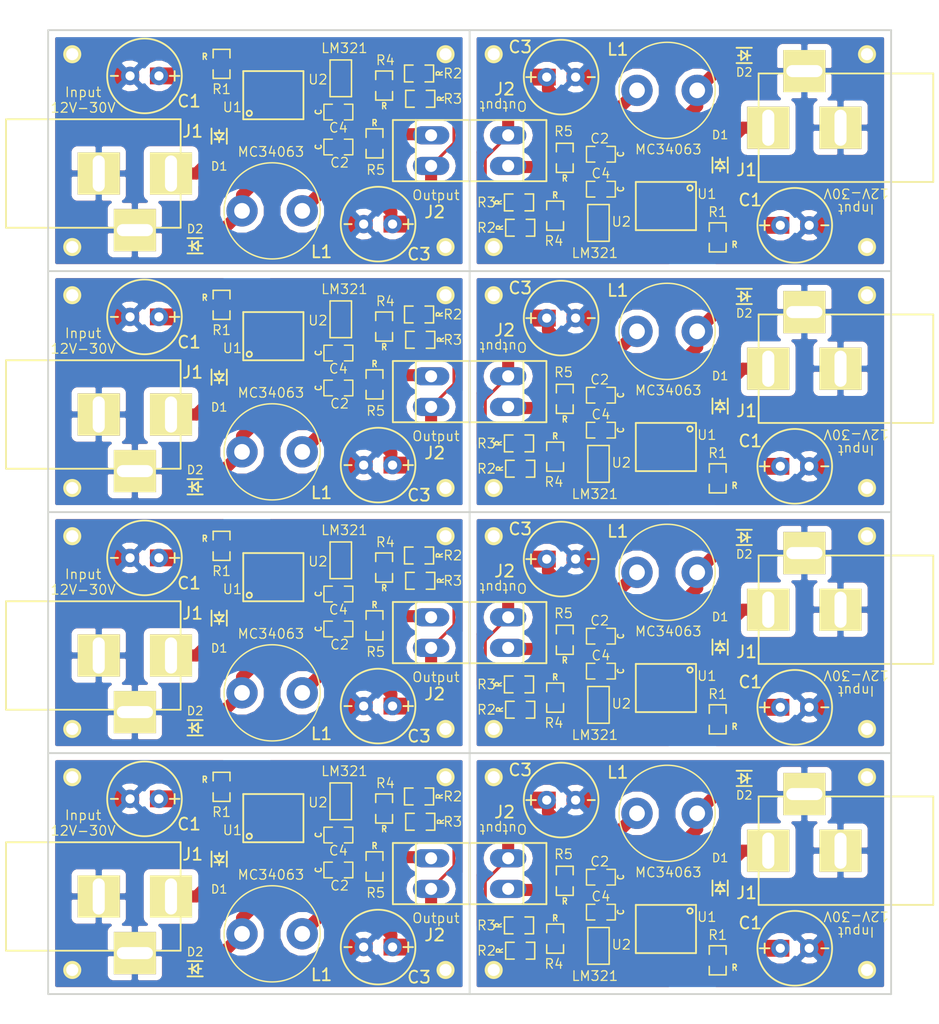
<source format=kicad_pcb>
(kicad_pcb (version 4) (host pcbnew 4.0.7-e2-6376~58~ubuntu14.04.1)
  (layers (0 F.Cu signal) (31 B.Cu signal) (34 B.Paste user) (35 F.Paste user) (36 B.SilkS user) (37 F.SilkS user) (38 B.Mask user hide) (39 F.Mask user hide) (44 Edge.Cuts user))
  (net 0 "")
  (net 1 Earth)
  (net 2 "Net-(C2-Pad1)")
  (net 3 "Net-(C3-Pad1)")
  (net 4 /Vcc)
  (net 5 "Net-(D1-Pad2)")
  (net 6 "Net-(D2-Pad1)")
  (net 7 "Net-(J2-Pad2)")
  (net 8 "Net-(R2-Pad1)")
  (net 9 "Net-(R2-Pad2)")
  (net 10 "Net-(R1-Pad1)")
  (module smps-current-source:RADIAL_TABBED_2.5mm_6.3mm (layer F.Cu) (at 166.6 71.4 180)
    (fp_text reference C3 (at 3.4 2.5 180) (layer F.SilkS))
    (fp_text value CP hide)
    (pad 1 smd rect (at 1.2 0 180) (size 3.5 1.4) (drill (offset 1 0)) (layers F.Cu F.Paste F.Mask) (net 3 "Net-(C3-Pad1)"))
    (pad 2 smd rect (at -1.2 0 180) (size 3.5 1.4) (drill (offset -1 0)) (layers F.Cu F.Paste F.Mask) (net 1 Earth))
    (pad 2 thru_hole circle (at -1.2 0 180) (size 1.524 1.524) (drill 0.762) (layers *.Cu *.Mask) (net 1 Earth))
    (pad 1 thru_hole circle (at 1.2 0 180) (size 1.524 1.524) (drill 0.762) (layers *.Cu *.Mask) (net 3 "Net-(C3-Pad1)"))
  )
  (module smps-current-source:RADIAL_TABBED_2.5mm_6.3mm (layer F.Cu) (at 186 83.7 180)
    (fp_text reference C1 (at 3.7 2.1 180) (layer F.SilkS))
    (fp_text value CP hide)
    (pad 1 smd rect (at 1.2 0 180) (size 3.5 1.4) (drill (offset 1 0)) (layers F.Cu F.Paste F.Mask) (net 4 /Vcc))
    (pad 2 smd rect (at -1.2 0 180) (size 3.5 1.4) (drill (offset -1 0)) (layers F.Cu F.Paste F.Mask) (net 1 Earth))
    (pad 2 thru_hole circle (at -1.2 0 180) (size 1.524 1.524) (drill 0.762) (layers *.Cu *.Mask) (net 1 Earth))
    (pad 1 thru_hole circle (at 1.2 0 180) (size 1.524 1.524) (drill 0.762) (layers *.Cu *.Mask) (net 4 /Vcc))
  )
  (module smps-current-source:SOIC_08_4.0mm_5.0mm_1.27mm (layer F.Cu) (at 175.3 82.1 180)
    (fp_text reference U1 (at -3.4 1 180) (layer F.SilkS) (effects (font (size 0.8 0.8) (thickness 0.1))))
    (fp_text value MC34063 (at -0.2 4.7 360) (layer F.SilkS) (effects (font (size 0.8 0.8) (thickness 0.1))))
    (pad 1 smd rect (at -1.905 3.1 180) (size 0.7 1.6) (layers F.Cu F.Paste F.Mask) (net 4 /Vcc))
    (pad 2 smd rect (at -0.635 3.1 180) (size 0.7 1.6) (layers F.Cu F.Paste F.Mask) (net 6 "Net-(D2-Pad1)"))
    (pad 3 smd rect (at 0.635 3.1 180) (size 0.7 1.6) (layers F.Cu F.Paste F.Mask) (net 2 "Net-(C2-Pad1)"))
    (pad 4 smd rect (at 1.905 3.1 180) (size 0.7 1.6) (layers F.Cu F.Paste F.Mask) (net 1 Earth))
    (pad 5 smd rect (at 1.905 -3.1 180) (size 0.7 1.6) (layers F.Cu F.Paste F.Mask) (net 8 "Net-(R2-Pad1)"))
    (pad 6 smd rect (at 0.635 -3.1 180) (size 0.7 1.6) (layers F.Cu F.Paste F.Mask) (net 4 /Vcc))
    (pad 7 smd rect (at -0.635 -3.1 180) (size 0.7 1.6) (layers F.Cu F.Paste F.Mask) (net 10 "Net-(R1-Pad1)"))
    (pad 8 smd rect (at -1.905 -3.1 180) (size 0.7 1.6) (layers F.Cu F.Paste F.Mask) (net 4 /Vcc))
  )
  (module smps-current-source:THROUGHVIA (layer F.Cu) (at 161 85.5 180)
    (fp_text reference J3 hide)
    (fp_text value Conn_01x01 hide)
    (pad 1 thru_hole circle (at 0 0 180) (size 1.5 1.5) (drill 1) (layers *.Cu *.Mask F.SilkS) (net 1 Earth))
  )
  (module smps-current-source:SM0603_Capa (layer F.Cu) (at 169.9 80.7 180)
    (fp_text reference C4 (at 0 1.3 180) (layer F.SilkS) (effects (font (size 0.8 0.8) (thickness 0.1))))
    (fp_text value C (at -1.651 0 270) (layer F.SilkS) (effects (font (size 0.508 0.4572) (thickness 0.1143))))
    (pad 1 smd rect (at -0.762 0 180) (size 0.635 1.143) (layers F.Cu F.Paste F.Mask) (net 4 /Vcc))
    (pad 2 smd rect (at 0.762 0 180) (size 0.635 1.143) (layers F.Cu F.Paste F.Mask) (net 1 Earth))
  )
  (module smps-current-source:SOT23-5 (layer F.Cu) (at 169.7 83.5 270)
    (fp_text reference U2 (at -0.1 -1.9 360) (layer F.SilkS) (effects (font (size 0.8 0.8) (thickness 0.1))))
    (fp_text value LM321 (at 2.5 0.3 360) (layer F.SilkS) (effects (font (size 0.8 0.8) (thickness 0.1))))
    (pad 1 smd rect (at -0.9525 1.27 270) (size 0.508 0.762) (layers F.Cu F.Paste F.Mask) (net 7 "Net-(J2-Pad2)"))
    (pad 3 smd rect (at 0.9525 1.27 270) (size 0.508 0.762) (layers F.Cu F.Paste F.Mask) (net 9 "Net-(R2-Pad2)"))
    (pad 5 smd rect (at -0.9525 -1.27 270) (size 0.508 0.762) (layers F.Cu F.Paste F.Mask) (net 4 /Vcc))
    (pad 2 smd rect (at 0 1.27 270) (size 0.508 0.762) (layers F.Cu F.Paste F.Mask) (net 1 Earth))
    (pad 4 smd rect (at 0.9525 -1.27 270) (size 0.508 0.762) (layers F.Cu F.Paste F.Mask) (net 8 "Net-(R2-Pad1)"))
  )
  (module smps-current-source:SM0603_Resistor (layer F.Cu) (at 166.9 78.1 90)
    (fp_text reference R5 (at 2.2 -0.1 180) (layer F.SilkS) (effects (font (size 0.8 0.8) (thickness 0.1))))
    (fp_text value R (at -1.69926 0 180) (layer F.SilkS) (effects (font (size 0.508 0.4572) (thickness 0.1143))))
    (pad 1 smd rect (at -0.762 0 90) (size 0.635 1.143) (layers F.Cu F.Paste F.Mask) (net 7 "Net-(J2-Pad2)"))
    (pad 2 smd rect (at 0.762 0 90) (size 0.635 1.143) (layers F.Cu F.Paste F.Mask) (net 1 Earth))
  )
  (module smps-current-source:SM0603_Resistor (layer F.Cu) (at 166.1 82.9 270)
    (fp_text reference R4 (at 2.1 0.1 360) (layer F.SilkS) (effects (font (size 0.8 0.8) (thickness 0.1))))
    (fp_text value R (at -1.69926 0 360) (layer F.SilkS) (effects (font (size 0.508 0.4572) (thickness 0.1143))))
    (pad 1 smd rect (at -0.762 0 270) (size 0.635 1.143) (layers F.Cu F.Paste F.Mask) (net 1 Earth))
    (pad 2 smd rect (at 0.762 0 270) (size 0.635 1.143) (layers F.Cu F.Paste F.Mask) (net 9 "Net-(R2-Pad2)"))
  )
  (module smps-current-source:SM0603_Resistor (layer F.Cu) (at 163.1 81.8)
    (fp_text reference R3 (at -2.7 0) (layer F.SilkS) (effects (font (size 0.8 0.8) (thickness 0.1))))
    (fp_text value R (at -1.69926 0 90) (layer F.SilkS) (effects (font (size 0.508 0.4572) (thickness 0.1143))))
    (pad 1 smd rect (at -0.762 0) (size 0.635 1.143) (layers F.Cu F.Paste F.Mask) (net 3 "Net-(C3-Pad1)"))
    (pad 2 smd rect (at 0.762 0) (size 0.635 1.143) (layers F.Cu F.Paste F.Mask) (net 8 "Net-(R2-Pad1)"))
  )
  (module smps-current-source:SM0603_Resistor (layer F.Cu) (at 163.2 83.9)
    (fp_text reference R2 (at -2.8 0) (layer F.SilkS) (effects (font (size 0.8 0.8) (thickness 0.1))))
    (fp_text value R (at -1.69926 0 90) (layer F.SilkS) (effects (font (size 0.508 0.4572) (thickness 0.1143))))
    (pad 1 smd rect (at -0.762 0) (size 0.635 1.143) (layers F.Cu F.Paste F.Mask) (net 8 "Net-(R2-Pad1)"))
    (pad 2 smd rect (at 0.762 0) (size 0.635 1.143) (layers F.Cu F.Paste F.Mask) (net 9 "Net-(R2-Pad2)"))
  )
  (module smps-current-source:SM0603_Resistor (layer F.Cu) (at 179.6 84.7 90)
    (fp_text reference R1 (at 2.1 0 180) (layer F.SilkS) (effects (font (size 0.8 0.8) (thickness 0.1))))
    (fp_text value R (at -0.6 1.4 180) (layer F.SilkS) (effects (font (size 0.508 0.4572) (thickness 0.1143))))
    (pad 1 smd rect (at -0.762 0 90) (size 0.635 1.143) (layers F.Cu F.Paste F.Mask) (net 10 "Net-(R1-Pad1)"))
    (pad 2 smd rect (at 0.762 0 90) (size 0.635 1.143) (layers F.Cu F.Paste F.Mask) (net 4 /Vcc))
  )
  (module smps-current-source:L_Radial_D7.8mm_P5.00mm_Fastron_07HCP (layer F.Cu) (at 177.9 72.5 180)
    (fp_text reference L1 (at 6.6 3.4 180) (layer F.SilkS))
    (fp_text value L hide)
    (pad 1 thru_hole circle (at 0 0 180) (size 2.6 2.6) (drill 1.3) (layers *.Cu *.Mask) (net 6 "Net-(D2-Pad1)"))
    (pad 2 thru_hole circle (at 5 0 180) (size 2.6 2.6) (drill 1.3) (layers *.Cu *.Mask) (net 3 "Net-(C3-Pad1)"))
  )
  (module smps-current-source:BARREL_JACK (layer F.Cu) (at 190 75.6 180)
    (fp_text reference J1 (at 8 -3.5 180) (layer F.SilkS))
    (fp_text value "Input 12V-30V" hide)
    (pad 1 thru_hole rect (at 6.20014 0 180) (size 3.50012 3.50012) (drill oval 1 3) (layers *.Cu *.Mask F.SilkS) (net 5 "Net-(D1-Pad2)"))
    (pad 2 thru_hole rect (at 0.20066 0 180) (size 3.50012 3.50012) (drill oval 1 3) (layers *.Cu *.Mask F.SilkS) (net 1 Earth))
    (pad 3 thru_hole rect (at 3.2004 4.699 180) (size 3.50012 3.50012) (drill oval 3 1) (layers *.Cu *.Mask F.SilkS) (net 1 Earth))
  )
  (module smps-current-source:SOD-323 (layer F.Cu) (at 181.8 69.6)
    (fp_text reference D2 (at 0 1.4 180) (layer F.SilkS) (effects (font (size 0.7 0.7) (thickness 0.1))))
    (fp_text value CUS15S30 hide)
    (pad 1 smd rect (at -1.2192 0) (size 0.5588 0.6858) (layers F.Cu F.Paste F.Mask) (net 6 "Net-(D2-Pad1)"))
    (pad 2 smd rect (at 1.2192 0) (size 0.5588 0.6858) (layers F.Cu F.Paste F.Mask) (net 1 Earth))
  )
  (module smps-current-source:SOD-323 (layer F.Cu) (at 179.8 78.7 90)
    (fp_text reference D1 (at 2.5 0 360) (layer F.SilkS) (effects (font (size 0.7 0.7) (thickness 0.1))))
    (fp_text value CUS15S30 hide)
    (pad 1 smd rect (at -1.2192 0 90) (size 0.5588 0.6858) (layers F.Cu F.Paste F.Mask) (net 4 /Vcc))
    (pad 2 smd rect (at 1.2192 0 90) (size 0.5588 0.6858) (layers F.Cu F.Paste F.Mask) (net 5 "Net-(D1-Pad2)"))
  )
  (module smps-current-source:SM0603_Capa (layer F.Cu) (at 169.9 77.8 180)
    (fp_text reference C2 (at 0.1 1.3 180) (layer F.SilkS) (effects (font (size 0.8 0.8) (thickness 0.1))))
    (fp_text value C (at -1.651 0 270) (layer F.SilkS) (effects (font (size 0.508 0.4572) (thickness 0.1143))))
    (pad 1 smd rect (at -0.762 0 180) (size 0.635 1.143) (layers F.Cu F.Paste F.Mask) (net 2 "Net-(C2-Pad1)"))
    (pad 2 smd rect (at 0.762 0 180) (size 0.635 1.143) (layers F.Cu F.Paste F.Mask) (net 1 Earth))
  )
  (module smps-current-source:THROUGHVIA (layer F.Cu) (at 192 85.5 180)
    (fp_text reference J3 hide)
    (fp_text value Conn_01x01 hide)
    (pad 1 thru_hole circle (at 0 0 180) (size 1.5 1.5) (drill 1) (layers *.Cu *.Mask F.SilkS) (net 1 Earth))
  )
  (module smps-current-source:THROUGHVIA (layer F.Cu) (at 192 69.5 180)
    (fp_text reference J3 hide)
    (fp_text value Conn_01x01 hide)
    (pad 1 thru_hole circle (at 0 0 180) (size 1.5 1.5) (drill 1) (layers *.Cu *.Mask F.SilkS) (net 1 Earth))
  )
  (module smps-current-source:THROUGHVIA (layer F.Cu) (at 161 69.5 180)
    (fp_text reference J3 hide)
    (fp_text value Conn_01x01 hide)
    (pad 1 thru_hole circle (at 0 0 180) (size 1.5 1.5) (drill 1) (layers *.Cu *.Mask F.SilkS) (net 1 Earth))
  )
  (module smps-current-source:PINHEAD1-2 (layer F.Cu) (at 162.2 77.5 270)
    (fp_text reference J2 (at -5.1 0.3 360) (layer F.SilkS))
    (fp_text value Output hide)
    (pad 1 thru_hole oval (at -1.27 0 270) (size 1.50622 3.01498) (drill 1) (layers *.Cu *.Mask) (net 3 "Net-(C3-Pad1)"))
    (pad 2 thru_hole oval (at 1.27 0 270) (size 1.50622 3.01498) (drill 1) (layers *.Cu *.Mask) (net 7 "Net-(J2-Pad2)"))
  )
  (module smps-current-source:THROUGHVIA (layer F.Cu) (at 161 89.5 180)
    (fp_text reference J3 hide)
    (fp_text value Conn_01x01 hide)
    (pad 1 thru_hole circle (at 0 0 180) (size 1.5 1.5) (drill 1) (layers *.Cu *.Mask F.SilkS) (net 1 Earth))
  )
  (module smps-current-source:THROUGHVIA (layer F.Cu) (at 192 89.5 180)
    (fp_text reference J3 hide)
    (fp_text value Conn_01x01 hide)
    (pad 1 thru_hole circle (at 0 0 180) (size 1.5 1.5) (drill 1) (layers *.Cu *.Mask F.SilkS) (net 1 Earth))
  )
  (module smps-current-source:THROUGHVIA (layer F.Cu) (at 192 105.5 180)
    (fp_text reference J3 hide)
    (fp_text value Conn_01x01 hide)
    (pad 1 thru_hole circle (at 0 0 180) (size 1.5 1.5) (drill 1) (layers *.Cu *.Mask F.SilkS) (net 1 Earth))
  )
  (module smps-current-source:SM0603_Capa (layer F.Cu) (at 169.9 97.8 180)
    (fp_text reference C2 (at 0.1 1.3 180) (layer F.SilkS) (effects (font (size 0.8 0.8) (thickness 0.1))))
    (fp_text value C (at -1.651 0 270) (layer F.SilkS) (effects (font (size 0.508 0.4572) (thickness 0.1143))))
    (pad 1 smd rect (at -0.762 0 180) (size 0.635 1.143) (layers F.Cu F.Paste F.Mask) (net 2 "Net-(C2-Pad1)"))
    (pad 2 smd rect (at 0.762 0 180) (size 0.635 1.143) (layers F.Cu F.Paste F.Mask) (net 1 Earth))
  )
  (module smps-current-source:SOD-323 (layer F.Cu) (at 179.8 98.7 90)
    (fp_text reference D1 (at 2.5 0 360) (layer F.SilkS) (effects (font (size 0.7 0.7) (thickness 0.1))))
    (fp_text value CUS15S30 hide)
    (pad 1 smd rect (at -1.2192 0 90) (size 0.5588 0.6858) (layers F.Cu F.Paste F.Mask) (net 4 /Vcc))
    (pad 2 smd rect (at 1.2192 0 90) (size 0.5588 0.6858) (layers F.Cu F.Paste F.Mask) (net 5 "Net-(D1-Pad2)"))
  )
  (module smps-current-source:SOD-323 (layer F.Cu) (at 181.8 89.6)
    (fp_text reference D2 (at 0 1.4 180) (layer F.SilkS) (effects (font (size 0.7 0.7) (thickness 0.1))))
    (fp_text value CUS15S30 hide)
    (pad 1 smd rect (at -1.2192 0) (size 0.5588 0.6858) (layers F.Cu F.Paste F.Mask) (net 6 "Net-(D2-Pad1)"))
    (pad 2 smd rect (at 1.2192 0) (size 0.5588 0.6858) (layers F.Cu F.Paste F.Mask) (net 1 Earth))
  )
  (module smps-current-source:BARREL_JACK (layer F.Cu) (at 190 95.6 180)
    (fp_text reference J1 (at 8 -3.5 180) (layer F.SilkS))
    (fp_text value "Input 12V-30V" hide)
    (pad 1 thru_hole rect (at 6.20014 0 180) (size 3.50012 3.50012) (drill oval 1 3) (layers *.Cu *.Mask F.SilkS) (net 5 "Net-(D1-Pad2)"))
    (pad 2 thru_hole rect (at 0.20066 0 180) (size 3.50012 3.50012) (drill oval 1 3) (layers *.Cu *.Mask F.SilkS) (net 1 Earth))
    (pad 3 thru_hole rect (at 3.2004 4.699 180) (size 3.50012 3.50012) (drill oval 3 1) (layers *.Cu *.Mask F.SilkS) (net 1 Earth))
  )
  (module smps-current-source:PINHEAD1-2 (layer F.Cu) (at 162.2 97.5 270)
    (fp_text reference J2 (at -5.1 0.3 360) (layer F.SilkS))
    (fp_text value Output hide)
    (pad 1 thru_hole oval (at -1.27 0 270) (size 1.50622 3.01498) (drill 1) (layers *.Cu *.Mask) (net 3 "Net-(C3-Pad1)"))
    (pad 2 thru_hole oval (at 1.27 0 270) (size 1.50622 3.01498) (drill 1) (layers *.Cu *.Mask) (net 7 "Net-(J2-Pad2)"))
  )
  (module smps-current-source:L_Radial_D7.8mm_P5.00mm_Fastron_07HCP (layer F.Cu) (at 177.9 92.5 180)
    (fp_text reference L1 (at 6.6 3.4 180) (layer F.SilkS))
    (fp_text value L hide)
    (pad 1 thru_hole circle (at 0 0 180) (size 2.6 2.6) (drill 1.3) (layers *.Cu *.Mask) (net 6 "Net-(D2-Pad1)"))
    (pad 2 thru_hole circle (at 5 0 180) (size 2.6 2.6) (drill 1.3) (layers *.Cu *.Mask) (net 3 "Net-(C3-Pad1)"))
  )
  (module smps-current-source:SM0603_Resistor (layer F.Cu) (at 179.6 104.7 90)
    (fp_text reference R1 (at 2.1 0 180) (layer F.SilkS) (effects (font (size 0.8 0.8) (thickness 0.1))))
    (fp_text value R (at -0.6 1.4 180) (layer F.SilkS) (effects (font (size 0.508 0.4572) (thickness 0.1143))))
    (pad 1 smd rect (at -0.762 0 90) (size 0.635 1.143) (layers F.Cu F.Paste F.Mask) (net 10 "Net-(R1-Pad1)"))
    (pad 2 smd rect (at 0.762 0 90) (size 0.635 1.143) (layers F.Cu F.Paste F.Mask) (net 4 /Vcc))
  )
  (module smps-current-source:SM0603_Resistor (layer F.Cu) (at 163.2 103.9)
    (fp_text reference R2 (at -2.8 0) (layer F.SilkS) (effects (font (size 0.8 0.8) (thickness 0.1))))
    (fp_text value R (at -1.69926 0 90) (layer F.SilkS) (effects (font (size 0.508 0.4572) (thickness 0.1143))))
    (pad 1 smd rect (at -0.762 0) (size 0.635 1.143) (layers F.Cu F.Paste F.Mask) (net 8 "Net-(R2-Pad1)"))
    (pad 2 smd rect (at 0.762 0) (size 0.635 1.143) (layers F.Cu F.Paste F.Mask) (net 9 "Net-(R2-Pad2)"))
  )
  (module smps-current-source:SM0603_Resistor (layer F.Cu) (at 163.1 101.8)
    (fp_text reference R3 (at -2.7 0) (layer F.SilkS) (effects (font (size 0.8 0.8) (thickness 0.1))))
    (fp_text value R (at -1.69926 0 90) (layer F.SilkS) (effects (font (size 0.508 0.4572) (thickness 0.1143))))
    (pad 1 smd rect (at -0.762 0) (size 0.635 1.143) (layers F.Cu F.Paste F.Mask) (net 3 "Net-(C3-Pad1)"))
    (pad 2 smd rect (at 0.762 0) (size 0.635 1.143) (layers F.Cu F.Paste F.Mask) (net 8 "Net-(R2-Pad1)"))
  )
  (module smps-current-source:SM0603_Resistor (layer F.Cu) (at 166.1 102.9 270)
    (fp_text reference R4 (at 2.1 0.1 360) (layer F.SilkS) (effects (font (size 0.8 0.8) (thickness 0.1))))
    (fp_text value R (at -1.69926 0 360) (layer F.SilkS) (effects (font (size 0.508 0.4572) (thickness 0.1143))))
    (pad 1 smd rect (at -0.762 0 270) (size 0.635 1.143) (layers F.Cu F.Paste F.Mask) (net 1 Earth))
    (pad 2 smd rect (at 0.762 0 270) (size 0.635 1.143) (layers F.Cu F.Paste F.Mask) (net 9 "Net-(R2-Pad2)"))
  )
  (module smps-current-source:SM0603_Resistor (layer F.Cu) (at 166.9 98.1 90)
    (fp_text reference R5 (at 2.2 -0.1 180) (layer F.SilkS) (effects (font (size 0.8 0.8) (thickness 0.1))))
    (fp_text value R (at -1.69926 0 180) (layer F.SilkS) (effects (font (size 0.508 0.4572) (thickness 0.1143))))
    (pad 1 smd rect (at -0.762 0 90) (size 0.635 1.143) (layers F.Cu F.Paste F.Mask) (net 7 "Net-(J2-Pad2)"))
    (pad 2 smd rect (at 0.762 0 90) (size 0.635 1.143) (layers F.Cu F.Paste F.Mask) (net 1 Earth))
  )
  (module smps-current-source:SOT23-5 (layer F.Cu) (at 169.7 103.5 270)
    (fp_text reference U2 (at -0.1 -1.9 360) (layer F.SilkS) (effects (font (size 0.8 0.8) (thickness 0.1))))
    (fp_text value LM321 (at 2.5 0.3 360) (layer F.SilkS) (effects (font (size 0.8 0.8) (thickness 0.1))))
    (pad 1 smd rect (at -0.9525 1.27 270) (size 0.508 0.762) (layers F.Cu F.Paste F.Mask) (net 7 "Net-(J2-Pad2)"))
    (pad 3 smd rect (at 0.9525 1.27 270) (size 0.508 0.762) (layers F.Cu F.Paste F.Mask) (net 9 "Net-(R2-Pad2)"))
    (pad 5 smd rect (at -0.9525 -1.27 270) (size 0.508 0.762) (layers F.Cu F.Paste F.Mask) (net 4 /Vcc))
    (pad 2 smd rect (at 0 1.27 270) (size 0.508 0.762) (layers F.Cu F.Paste F.Mask) (net 1 Earth))
    (pad 4 smd rect (at 0.9525 -1.27 270) (size 0.508 0.762) (layers F.Cu F.Paste F.Mask) (net 8 "Net-(R2-Pad1)"))
  )
  (module smps-current-source:SM0603_Capa (layer F.Cu) (at 169.9 100.7 180)
    (fp_text reference C4 (at 0 1.3 180) (layer F.SilkS) (effects (font (size 0.8 0.8) (thickness 0.1))))
    (fp_text value C (at -1.651 0 270) (layer F.SilkS) (effects (font (size 0.508 0.4572) (thickness 0.1143))))
    (pad 1 smd rect (at -0.762 0 180) (size 0.635 1.143) (layers F.Cu F.Paste F.Mask) (net 4 /Vcc))
    (pad 2 smd rect (at 0.762 0 180) (size 0.635 1.143) (layers F.Cu F.Paste F.Mask) (net 1 Earth))
  )
  (module smps-current-source:THROUGHVIA (layer F.Cu) (at 161 105.5 180)
    (fp_text reference J3 hide)
    (fp_text value Conn_01x01 hide)
    (pad 1 thru_hole circle (at 0 0 180) (size 1.5 1.5) (drill 1) (layers *.Cu *.Mask F.SilkS) (net 1 Earth))
  )
  (module smps-current-source:SOIC_08_4.0mm_5.0mm_1.27mm (layer F.Cu) (at 175.3 102.1 180)
    (fp_text reference U1 (at -3.4 1 180) (layer F.SilkS) (effects (font (size 0.8 0.8) (thickness 0.1))))
    (fp_text value MC34063 (at -0.2 4.7 360) (layer F.SilkS) (effects (font (size 0.8 0.8) (thickness 0.1))))
    (pad 1 smd rect (at -1.905 3.1 180) (size 0.7 1.6) (layers F.Cu F.Paste F.Mask) (net 4 /Vcc))
    (pad 2 smd rect (at -0.635 3.1 180) (size 0.7 1.6) (layers F.Cu F.Paste F.Mask) (net 6 "Net-(D2-Pad1)"))
    (pad 3 smd rect (at 0.635 3.1 180) (size 0.7 1.6) (layers F.Cu F.Paste F.Mask) (net 2 "Net-(C2-Pad1)"))
    (pad 4 smd rect (at 1.905 3.1 180) (size 0.7 1.6) (layers F.Cu F.Paste F.Mask) (net 1 Earth))
    (pad 5 smd rect (at 1.905 -3.1 180) (size 0.7 1.6) (layers F.Cu F.Paste F.Mask) (net 8 "Net-(R2-Pad1)"))
    (pad 6 smd rect (at 0.635 -3.1 180) (size 0.7 1.6) (layers F.Cu F.Paste F.Mask) (net 4 /Vcc))
    (pad 7 smd rect (at -0.635 -3.1 180) (size 0.7 1.6) (layers F.Cu F.Paste F.Mask) (net 10 "Net-(R1-Pad1)"))
    (pad 8 smd rect (at -1.905 -3.1 180) (size 0.7 1.6) (layers F.Cu F.Paste F.Mask) (net 4 /Vcc))
  )
  (module smps-current-source:RADIAL_TABBED_2.5mm_6.3mm (layer F.Cu) (at 186 103.7 180)
    (fp_text reference C1 (at 3.7 2.1 180) (layer F.SilkS))
    (fp_text value CP hide)
    (pad 1 smd rect (at 1.2 0 180) (size 3.5 1.4) (drill (offset 1 0)) (layers F.Cu F.Paste F.Mask) (net 4 /Vcc))
    (pad 2 smd rect (at -1.2 0 180) (size 3.5 1.4) (drill (offset -1 0)) (layers F.Cu F.Paste F.Mask) (net 1 Earth))
    (pad 2 thru_hole circle (at -1.2 0 180) (size 1.524 1.524) (drill 0.762) (layers *.Cu *.Mask) (net 1 Earth))
    (pad 1 thru_hole circle (at 1.2 0 180) (size 1.524 1.524) (drill 0.762) (layers *.Cu *.Mask) (net 4 /Vcc))
  )
  (module smps-current-source:RADIAL_TABBED_2.5mm_6.3mm (layer F.Cu) (at 166.6 91.4 180)
    (fp_text reference C3 (at 3.4 2.5 180) (layer F.SilkS))
    (fp_text value CP hide)
    (pad 1 smd rect (at 1.2 0 180) (size 3.5 1.4) (drill (offset 1 0)) (layers F.Cu F.Paste F.Mask) (net 3 "Net-(C3-Pad1)"))
    (pad 2 smd rect (at -1.2 0 180) (size 3.5 1.4) (drill (offset -1 0)) (layers F.Cu F.Paste F.Mask) (net 1 Earth))
    (pad 2 thru_hole circle (at -1.2 0 180) (size 1.524 1.524) (drill 0.762) (layers *.Cu *.Mask) (net 1 Earth))
    (pad 1 thru_hole circle (at 1.2 0 180) (size 1.524 1.524) (drill 0.762) (layers *.Cu *.Mask) (net 3 "Net-(C3-Pad1)"))
  )
  (module smps-current-source:RADIAL_TABBED_2.5mm_6.3mm (layer F.Cu) (at 166.6 131.4 180)
    (fp_text reference C3 (at 3.4 2.5 180) (layer F.SilkS))
    (fp_text value CP hide)
    (pad 1 smd rect (at 1.2 0 180) (size 3.5 1.4) (drill (offset 1 0)) (layers F.Cu F.Paste F.Mask) (net 3 "Net-(C3-Pad1)"))
    (pad 2 smd rect (at -1.2 0 180) (size 3.5 1.4) (drill (offset -1 0)) (layers F.Cu F.Paste F.Mask) (net 1 Earth))
    (pad 2 thru_hole circle (at -1.2 0 180) (size 1.524 1.524) (drill 0.762) (layers *.Cu *.Mask) (net 1 Earth))
    (pad 1 thru_hole circle (at 1.2 0 180) (size 1.524 1.524) (drill 0.762) (layers *.Cu *.Mask) (net 3 "Net-(C3-Pad1)"))
  )
  (module smps-current-source:RADIAL_TABBED_2.5mm_6.3mm (layer F.Cu) (at 186 143.7 180)
    (fp_text reference C1 (at 3.7 2.1 180) (layer F.SilkS))
    (fp_text value CP hide)
    (pad 1 smd rect (at 1.2 0 180) (size 3.5 1.4) (drill (offset 1 0)) (layers F.Cu F.Paste F.Mask) (net 4 /Vcc))
    (pad 2 smd rect (at -1.2 0 180) (size 3.5 1.4) (drill (offset -1 0)) (layers F.Cu F.Paste F.Mask) (net 1 Earth))
    (pad 2 thru_hole circle (at -1.2 0 180) (size 1.524 1.524) (drill 0.762) (layers *.Cu *.Mask) (net 1 Earth))
    (pad 1 thru_hole circle (at 1.2 0 180) (size 1.524 1.524) (drill 0.762) (layers *.Cu *.Mask) (net 4 /Vcc))
  )
  (module smps-current-source:SOIC_08_4.0mm_5.0mm_1.27mm (layer F.Cu) (at 175.3 142.1 180)
    (fp_text reference U1 (at -3.4 1 180) (layer F.SilkS) (effects (font (size 0.8 0.8) (thickness 0.1))))
    (fp_text value MC34063 (at -0.2 4.7 360) (layer F.SilkS) (effects (font (size 0.8 0.8) (thickness 0.1))))
    (pad 1 smd rect (at -1.905 3.1 180) (size 0.7 1.6) (layers F.Cu F.Paste F.Mask) (net 4 /Vcc))
    (pad 2 smd rect (at -0.635 3.1 180) (size 0.7 1.6) (layers F.Cu F.Paste F.Mask) (net 6 "Net-(D2-Pad1)"))
    (pad 3 smd rect (at 0.635 3.1 180) (size 0.7 1.6) (layers F.Cu F.Paste F.Mask) (net 2 "Net-(C2-Pad1)"))
    (pad 4 smd rect (at 1.905 3.1 180) (size 0.7 1.6) (layers F.Cu F.Paste F.Mask) (net 1 Earth))
    (pad 5 smd rect (at 1.905 -3.1 180) (size 0.7 1.6) (layers F.Cu F.Paste F.Mask) (net 8 "Net-(R2-Pad1)"))
    (pad 6 smd rect (at 0.635 -3.1 180) (size 0.7 1.6) (layers F.Cu F.Paste F.Mask) (net 4 /Vcc))
    (pad 7 smd rect (at -0.635 -3.1 180) (size 0.7 1.6) (layers F.Cu F.Paste F.Mask) (net 10 "Net-(R1-Pad1)"))
    (pad 8 smd rect (at -1.905 -3.1 180) (size 0.7 1.6) (layers F.Cu F.Paste F.Mask) (net 4 /Vcc))
  )
  (module smps-current-source:THROUGHVIA (layer F.Cu) (at 161 145.5 180)
    (fp_text reference J3 hide)
    (fp_text value Conn_01x01 hide)
    (pad 1 thru_hole circle (at 0 0 180) (size 1.5 1.5) (drill 1) (layers *.Cu *.Mask F.SilkS) (net 1 Earth))
  )
  (module smps-current-source:SM0603_Capa (layer F.Cu) (at 169.9 140.7 180)
    (fp_text reference C4 (at 0 1.3 180) (layer F.SilkS) (effects (font (size 0.8 0.8) (thickness 0.1))))
    (fp_text value C (at -1.651 0 270) (layer F.SilkS) (effects (font (size 0.508 0.4572) (thickness 0.1143))))
    (pad 1 smd rect (at -0.762 0 180) (size 0.635 1.143) (layers F.Cu F.Paste F.Mask) (net 4 /Vcc))
    (pad 2 smd rect (at 0.762 0 180) (size 0.635 1.143) (layers F.Cu F.Paste F.Mask) (net 1 Earth))
  )
  (module smps-current-source:SOT23-5 (layer F.Cu) (at 169.7 143.5 270)
    (fp_text reference U2 (at -0.1 -1.9 360) (layer F.SilkS) (effects (font (size 0.8 0.8) (thickness 0.1))))
    (fp_text value LM321 (at 2.5 0.3 360) (layer F.SilkS) (effects (font (size 0.8 0.8) (thickness 0.1))))
    (pad 1 smd rect (at -0.9525 1.27 270) (size 0.508 0.762) (layers F.Cu F.Paste F.Mask) (net 7 "Net-(J2-Pad2)"))
    (pad 3 smd rect (at 0.9525 1.27 270) (size 0.508 0.762) (layers F.Cu F.Paste F.Mask) (net 9 "Net-(R2-Pad2)"))
    (pad 5 smd rect (at -0.9525 -1.27 270) (size 0.508 0.762) (layers F.Cu F.Paste F.Mask) (net 4 /Vcc))
    (pad 2 smd rect (at 0 1.27 270) (size 0.508 0.762) (layers F.Cu F.Paste F.Mask) (net 1 Earth))
    (pad 4 smd rect (at 0.9525 -1.27 270) (size 0.508 0.762) (layers F.Cu F.Paste F.Mask) (net 8 "Net-(R2-Pad1)"))
  )
  (module smps-current-source:SM0603_Resistor (layer F.Cu) (at 166.9 138.1 90)
    (fp_text reference R5 (at 2.2 -0.1 180) (layer F.SilkS) (effects (font (size 0.8 0.8) (thickness 0.1))))
    (fp_text value R (at -1.69926 0 180) (layer F.SilkS) (effects (font (size 0.508 0.4572) (thickness 0.1143))))
    (pad 1 smd rect (at -0.762 0 90) (size 0.635 1.143) (layers F.Cu F.Paste F.Mask) (net 7 "Net-(J2-Pad2)"))
    (pad 2 smd rect (at 0.762 0 90) (size 0.635 1.143) (layers F.Cu F.Paste F.Mask) (net 1 Earth))
  )
  (module smps-current-source:SM0603_Resistor (layer F.Cu) (at 166.1 142.9 270)
    (fp_text reference R4 (at 2.1 0.1 360) (layer F.SilkS) (effects (font (size 0.8 0.8) (thickness 0.1))))
    (fp_text value R (at -1.69926 0 360) (layer F.SilkS) (effects (font (size 0.508 0.4572) (thickness 0.1143))))
    (pad 1 smd rect (at -0.762 0 270) (size 0.635 1.143) (layers F.Cu F.Paste F.Mask) (net 1 Earth))
    (pad 2 smd rect (at 0.762 0 270) (size 0.635 1.143) (layers F.Cu F.Paste F.Mask) (net 9 "Net-(R2-Pad2)"))
  )
  (module smps-current-source:SM0603_Resistor (layer F.Cu) (at 163.1 141.8)
    (fp_text reference R3 (at -2.7 0) (layer F.SilkS) (effects (font (size 0.8 0.8) (thickness 0.1))))
    (fp_text value R (at -1.69926 0 90) (layer F.SilkS) (effects (font (size 0.508 0.4572) (thickness 0.1143))))
    (pad 1 smd rect (at -0.762 0) (size 0.635 1.143) (layers F.Cu F.Paste F.Mask) (net 3 "Net-(C3-Pad1)"))
    (pad 2 smd rect (at 0.762 0) (size 0.635 1.143) (layers F.Cu F.Paste F.Mask) (net 8 "Net-(R2-Pad1)"))
  )
  (module smps-current-source:SM0603_Resistor (layer F.Cu) (at 163.2 143.9)
    (fp_text reference R2 (at -2.8 0) (layer F.SilkS) (effects (font (size 0.8 0.8) (thickness 0.1))))
    (fp_text value R (at -1.69926 0 90) (layer F.SilkS) (effects (font (size 0.508 0.4572) (thickness 0.1143))))
    (pad 1 smd rect (at -0.762 0) (size 0.635 1.143) (layers F.Cu F.Paste F.Mask) (net 8 "Net-(R2-Pad1)"))
    (pad 2 smd rect (at 0.762 0) (size 0.635 1.143) (layers F.Cu F.Paste F.Mask) (net 9 "Net-(R2-Pad2)"))
  )
  (module smps-current-source:SM0603_Resistor (layer F.Cu) (at 179.6 144.7 90)
    (fp_text reference R1 (at 2.1 0 180) (layer F.SilkS) (effects (font (size 0.8 0.8) (thickness 0.1))))
    (fp_text value R (at -0.6 1.4 180) (layer F.SilkS) (effects (font (size 0.508 0.4572) (thickness 0.1143))))
    (pad 1 smd rect (at -0.762 0 90) (size 0.635 1.143) (layers F.Cu F.Paste F.Mask) (net 10 "Net-(R1-Pad1)"))
    (pad 2 smd rect (at 0.762 0 90) (size 0.635 1.143) (layers F.Cu F.Paste F.Mask) (net 4 /Vcc))
  )
  (module smps-current-source:L_Radial_D7.8mm_P5.00mm_Fastron_07HCP (layer F.Cu) (at 177.9 132.5 180)
    (fp_text reference L1 (at 6.6 3.4 180) (layer F.SilkS))
    (fp_text value L hide)
    (pad 1 thru_hole circle (at 0 0 180) (size 2.6 2.6) (drill 1.3) (layers *.Cu *.Mask) (net 6 "Net-(D2-Pad1)"))
    (pad 2 thru_hole circle (at 5 0 180) (size 2.6 2.6) (drill 1.3) (layers *.Cu *.Mask) (net 3 "Net-(C3-Pad1)"))
  )
  (module smps-current-source:PINHEAD1-2 (layer F.Cu) (at 162.2 137.5 270)
    (fp_text reference J2 (at -5.1 0.3 360) (layer F.SilkS))
    (fp_text value Output hide)
    (pad 1 thru_hole oval (at -1.27 0 270) (size 1.50622 3.01498) (drill 1) (layers *.Cu *.Mask) (net 3 "Net-(C3-Pad1)"))
    (pad 2 thru_hole oval (at 1.27 0 270) (size 1.50622 3.01498) (drill 1) (layers *.Cu *.Mask) (net 7 "Net-(J2-Pad2)"))
  )
  (module smps-current-source:BARREL_JACK (layer F.Cu) (at 190 135.6 180)
    (fp_text reference J1 (at 8 -3.5 180) (layer F.SilkS))
    (fp_text value "Input 12V-30V" hide)
    (pad 1 thru_hole rect (at 6.20014 0 180) (size 3.50012 3.50012) (drill oval 1 3) (layers *.Cu *.Mask F.SilkS) (net 5 "Net-(D1-Pad2)"))
    (pad 2 thru_hole rect (at 0.20066 0 180) (size 3.50012 3.50012) (drill oval 1 3) (layers *.Cu *.Mask F.SilkS) (net 1 Earth))
    (pad 3 thru_hole rect (at 3.2004 4.699 180) (size 3.50012 3.50012) (drill oval 3 1) (layers *.Cu *.Mask F.SilkS) (net 1 Earth))
  )
  (module smps-current-source:SOD-323 (layer F.Cu) (at 181.8 129.6)
    (fp_text reference D2 (at 0 1.4 180) (layer F.SilkS) (effects (font (size 0.7 0.7) (thickness 0.1))))
    (fp_text value CUS15S30 hide)
    (pad 1 smd rect (at -1.2192 0) (size 0.5588 0.6858) (layers F.Cu F.Paste F.Mask) (net 6 "Net-(D2-Pad1)"))
    (pad 2 smd rect (at 1.2192 0) (size 0.5588 0.6858) (layers F.Cu F.Paste F.Mask) (net 1 Earth))
  )
  (module smps-current-source:SOD-323 (layer F.Cu) (at 179.8 138.7 90)
    (fp_text reference D1 (at 2.5 0 360) (layer F.SilkS) (effects (font (size 0.7 0.7) (thickness 0.1))))
    (fp_text value CUS15S30 hide)
    (pad 1 smd rect (at -1.2192 0 90) (size 0.5588 0.6858) (layers F.Cu F.Paste F.Mask) (net 4 /Vcc))
    (pad 2 smd rect (at 1.2192 0 90) (size 0.5588 0.6858) (layers F.Cu F.Paste F.Mask) (net 5 "Net-(D1-Pad2)"))
  )
  (module smps-current-source:SM0603_Capa (layer F.Cu) (at 169.9 137.8 180)
    (fp_text reference C2 (at 0.1 1.3 180) (layer F.SilkS) (effects (font (size 0.8 0.8) (thickness 0.1))))
    (fp_text value C (at -1.651 0 270) (layer F.SilkS) (effects (font (size 0.508 0.4572) (thickness 0.1143))))
    (pad 1 smd rect (at -0.762 0 180) (size 0.635 1.143) (layers F.Cu F.Paste F.Mask) (net 2 "Net-(C2-Pad1)"))
    (pad 2 smd rect (at 0.762 0 180) (size 0.635 1.143) (layers F.Cu F.Paste F.Mask) (net 1 Earth))
  )
  (module smps-current-source:THROUGHVIA (layer F.Cu) (at 192 145.5 180)
    (fp_text reference J3 hide)
    (fp_text value Conn_01x01 hide)
    (pad 1 thru_hole circle (at 0 0 180) (size 1.5 1.5) (drill 1) (layers *.Cu *.Mask F.SilkS) (net 1 Earth))
  )
  (module smps-current-source:THROUGHVIA (layer F.Cu) (at 192 129.5 180)
    (fp_text reference J3 hide)
    (fp_text value Conn_01x01 hide)
    (pad 1 thru_hole circle (at 0 0 180) (size 1.5 1.5) (drill 1) (layers *.Cu *.Mask F.SilkS) (net 1 Earth))
  )
  (module smps-current-source:THROUGHVIA (layer F.Cu) (at 161 129.5 180)
    (fp_text reference J3 hide)
    (fp_text value Conn_01x01 hide)
    (pad 1 thru_hole circle (at 0 0 180) (size 1.5 1.5) (drill 1) (layers *.Cu *.Mask F.SilkS) (net 1 Earth))
  )
  (module smps-current-source:PINHEAD1-2 (layer F.Cu) (at 162.2 117.5 270)
    (fp_text reference J2 (at -5.1 0.3 360) (layer F.SilkS))
    (fp_text value Output hide)
    (pad 1 thru_hole oval (at -1.27 0 270) (size 1.50622 3.01498) (drill 1) (layers *.Cu *.Mask) (net 3 "Net-(C3-Pad1)"))
    (pad 2 thru_hole oval (at 1.27 0 270) (size 1.50622 3.01498) (drill 1) (layers *.Cu *.Mask) (net 7 "Net-(J2-Pad2)"))
  )
  (module smps-current-source:THROUGHVIA (layer F.Cu) (at 161 109.5 180)
    (fp_text reference J3 hide)
    (fp_text value Conn_01x01 hide)
    (pad 1 thru_hole circle (at 0 0 180) (size 1.5 1.5) (drill 1) (layers *.Cu *.Mask F.SilkS) (net 1 Earth))
  )
  (module smps-current-source:THROUGHVIA (layer F.Cu) (at 192 109.5 180)
    (fp_text reference J3 hide)
    (fp_text value Conn_01x01 hide)
    (pad 1 thru_hole circle (at 0 0 180) (size 1.5 1.5) (drill 1) (layers *.Cu *.Mask F.SilkS) (net 1 Earth))
  )
  (module smps-current-source:THROUGHVIA (layer F.Cu) (at 192 125.5 180)
    (fp_text reference J3 hide)
    (fp_text value Conn_01x01 hide)
    (pad 1 thru_hole circle (at 0 0 180) (size 1.5 1.5) (drill 1) (layers *.Cu *.Mask F.SilkS) (net 1 Earth))
  )
  (module smps-current-source:SM0603_Capa (layer F.Cu) (at 169.9 117.8 180)
    (fp_text reference C2 (at 0.1 1.3 180) (layer F.SilkS) (effects (font (size 0.8 0.8) (thickness 0.1))))
    (fp_text value C (at -1.651 0 270) (layer F.SilkS) (effects (font (size 0.508 0.4572) (thickness 0.1143))))
    (pad 1 smd rect (at -0.762 0 180) (size 0.635 1.143) (layers F.Cu F.Paste F.Mask) (net 2 "Net-(C2-Pad1)"))
    (pad 2 smd rect (at 0.762 0 180) (size 0.635 1.143) (layers F.Cu F.Paste F.Mask) (net 1 Earth))
  )
  (module smps-current-source:SOD-323 (layer F.Cu) (at 179.8 118.7 90)
    (fp_text reference D1 (at 2.5 0 360) (layer F.SilkS) (effects (font (size 0.7 0.7) (thickness 0.1))))
    (fp_text value CUS15S30 hide)
    (pad 1 smd rect (at -1.2192 0 90) (size 0.5588 0.6858) (layers F.Cu F.Paste F.Mask) (net 4 /Vcc))
    (pad 2 smd rect (at 1.2192 0 90) (size 0.5588 0.6858) (layers F.Cu F.Paste F.Mask) (net 5 "Net-(D1-Pad2)"))
  )
  (module smps-current-source:SOD-323 (layer F.Cu) (at 181.8 109.6)
    (fp_text reference D2 (at 0 1.4 180) (layer F.SilkS) (effects (font (size 0.7 0.7) (thickness 0.1))))
    (fp_text value CUS15S30 hide)
    (pad 1 smd rect (at -1.2192 0) (size 0.5588 0.6858) (layers F.Cu F.Paste F.Mask) (net 6 "Net-(D2-Pad1)"))
    (pad 2 smd rect (at 1.2192 0) (size 0.5588 0.6858) (layers F.Cu F.Paste F.Mask) (net 1 Earth))
  )
  (module smps-current-source:BARREL_JACK (layer F.Cu) (at 190 115.6 180)
    (fp_text reference J1 (at 8 -3.5 180) (layer F.SilkS))
    (fp_text value "Input 12V-30V" hide)
    (pad 1 thru_hole rect (at 6.20014 0 180) (size 3.50012 3.50012) (drill oval 1 3) (layers *.Cu *.Mask F.SilkS) (net 5 "Net-(D1-Pad2)"))
    (pad 2 thru_hole rect (at 0.20066 0 180) (size 3.50012 3.50012) (drill oval 1 3) (layers *.Cu *.Mask F.SilkS) (net 1 Earth))
    (pad 3 thru_hole rect (at 3.2004 4.699 180) (size 3.50012 3.50012) (drill oval 3 1) (layers *.Cu *.Mask F.SilkS) (net 1 Earth))
  )
  (module smps-current-source:L_Radial_D7.8mm_P5.00mm_Fastron_07HCP (layer F.Cu) (at 177.9 112.5 180)
    (fp_text reference L1 (at 6.6 3.4 180) (layer F.SilkS))
    (fp_text value L hide)
    (pad 1 thru_hole circle (at 0 0 180) (size 2.6 2.6) (drill 1.3) (layers *.Cu *.Mask) (net 6 "Net-(D2-Pad1)"))
    (pad 2 thru_hole circle (at 5 0 180) (size 2.6 2.6) (drill 1.3) (layers *.Cu *.Mask) (net 3 "Net-(C3-Pad1)"))
  )
  (module smps-current-source:SM0603_Resistor (layer F.Cu) (at 179.6 124.7 90)
    (fp_text reference R1 (at 2.1 0 180) (layer F.SilkS) (effects (font (size 0.8 0.8) (thickness 0.1))))
    (fp_text value R (at -0.6 1.4 180) (layer F.SilkS) (effects (font (size 0.508 0.4572) (thickness 0.1143))))
    (pad 1 smd rect (at -0.762 0 90) (size 0.635 1.143) (layers F.Cu F.Paste F.Mask) (net 10 "Net-(R1-Pad1)"))
    (pad 2 smd rect (at 0.762 0 90) (size 0.635 1.143) (layers F.Cu F.Paste F.Mask) (net 4 /Vcc))
  )
  (module smps-current-source:SM0603_Resistor (layer F.Cu) (at 163.2 123.9)
    (fp_text reference R2 (at -2.8 0) (layer F.SilkS) (effects (font (size 0.8 0.8) (thickness 0.1))))
    (fp_text value R (at -1.69926 0 90) (layer F.SilkS) (effects (font (size 0.508 0.4572) (thickness 0.1143))))
    (pad 1 smd rect (at -0.762 0) (size 0.635 1.143) (layers F.Cu F.Paste F.Mask) (net 8 "Net-(R2-Pad1)"))
    (pad 2 smd rect (at 0.762 0) (size 0.635 1.143) (layers F.Cu F.Paste F.Mask) (net 9 "Net-(R2-Pad2)"))
  )
  (module smps-current-source:SM0603_Resistor (layer F.Cu) (at 163.1 121.8)
    (fp_text reference R3 (at -2.7 0) (layer F.SilkS) (effects (font (size 0.8 0.8) (thickness 0.1))))
    (fp_text value R (at -1.69926 0 90) (layer F.SilkS) (effects (font (size 0.508 0.4572) (thickness 0.1143))))
    (pad 1 smd rect (at -0.762 0) (size 0.635 1.143) (layers F.Cu F.Paste F.Mask) (net 3 "Net-(C3-Pad1)"))
    (pad 2 smd rect (at 0.762 0) (size 0.635 1.143) (layers F.Cu F.Paste F.Mask) (net 8 "Net-(R2-Pad1)"))
  )
  (module smps-current-source:SM0603_Resistor (layer F.Cu) (at 166.1 122.9 270)
    (fp_text reference R4 (at 2.1 0.1 360) (layer F.SilkS) (effects (font (size 0.8 0.8) (thickness 0.1))))
    (fp_text value R (at -1.69926 0 360) (layer F.SilkS) (effects (font (size 0.508 0.4572) (thickness 0.1143))))
    (pad 1 smd rect (at -0.762 0 270) (size 0.635 1.143) (layers F.Cu F.Paste F.Mask) (net 1 Earth))
    (pad 2 smd rect (at 0.762 0 270) (size 0.635 1.143) (layers F.Cu F.Paste F.Mask) (net 9 "Net-(R2-Pad2)"))
  )
  (module smps-current-source:SM0603_Resistor (layer F.Cu) (at 166.9 118.1 90)
    (fp_text reference R5 (at 2.2 -0.1 180) (layer F.SilkS) (effects (font (size 0.8 0.8) (thickness 0.1))))
    (fp_text value R (at -1.69926 0 180) (layer F.SilkS) (effects (font (size 0.508 0.4572) (thickness 0.1143))))
    (pad 1 smd rect (at -0.762 0 90) (size 0.635 1.143) (layers F.Cu F.Paste F.Mask) (net 7 "Net-(J2-Pad2)"))
    (pad 2 smd rect (at 0.762 0 90) (size 0.635 1.143) (layers F.Cu F.Paste F.Mask) (net 1 Earth))
  )
  (module smps-current-source:SOT23-5 (layer F.Cu) (at 169.7 123.5 270)
    (fp_text reference U2 (at -0.1 -1.9 360) (layer F.SilkS) (effects (font (size 0.8 0.8) (thickness 0.1))))
    (fp_text value LM321 (at 2.5 0.3 360) (layer F.SilkS) (effects (font (size 0.8 0.8) (thickness 0.1))))
    (pad 1 smd rect (at -0.9525 1.27 270) (size 0.508 0.762) (layers F.Cu F.Paste F.Mask) (net 7 "Net-(J2-Pad2)"))
    (pad 3 smd rect (at 0.9525 1.27 270) (size 0.508 0.762) (layers F.Cu F.Paste F.Mask) (net 9 "Net-(R2-Pad2)"))
    (pad 5 smd rect (at -0.9525 -1.27 270) (size 0.508 0.762) (layers F.Cu F.Paste F.Mask) (net 4 /Vcc))
    (pad 2 smd rect (at 0 1.27 270) (size 0.508 0.762) (layers F.Cu F.Paste F.Mask) (net 1 Earth))
    (pad 4 smd rect (at 0.9525 -1.27 270) (size 0.508 0.762) (layers F.Cu F.Paste F.Mask) (net 8 "Net-(R2-Pad1)"))
  )
  (module smps-current-source:SM0603_Capa (layer F.Cu) (at 169.9 120.7 180)
    (fp_text reference C4 (at 0 1.3 180) (layer F.SilkS) (effects (font (size 0.8 0.8) (thickness 0.1))))
    (fp_text value C (at -1.651 0 270) (layer F.SilkS) (effects (font (size 0.508 0.4572) (thickness 0.1143))))
    (pad 1 smd rect (at -0.762 0 180) (size 0.635 1.143) (layers F.Cu F.Paste F.Mask) (net 4 /Vcc))
    (pad 2 smd rect (at 0.762 0 180) (size 0.635 1.143) (layers F.Cu F.Paste F.Mask) (net 1 Earth))
  )
  (module smps-current-source:THROUGHVIA (layer F.Cu) (at 161 125.5 180)
    (fp_text reference J3 hide)
    (fp_text value Conn_01x01 hide)
    (pad 1 thru_hole circle (at 0 0 180) (size 1.5 1.5) (drill 1) (layers *.Cu *.Mask F.SilkS) (net 1 Earth))
  )
  (module smps-current-source:SOIC_08_4.0mm_5.0mm_1.27mm (layer F.Cu) (at 175.3 122.1 180)
    (fp_text reference U1 (at -3.4 1 180) (layer F.SilkS) (effects (font (size 0.8 0.8) (thickness 0.1))))
    (fp_text value MC34063 (at -0.2 4.7 360) (layer F.SilkS) (effects (font (size 0.8 0.8) (thickness 0.1))))
    (pad 1 smd rect (at -1.905 3.1 180) (size 0.7 1.6) (layers F.Cu F.Paste F.Mask) (net 4 /Vcc))
    (pad 2 smd rect (at -0.635 3.1 180) (size 0.7 1.6) (layers F.Cu F.Paste F.Mask) (net 6 "Net-(D2-Pad1)"))
    (pad 3 smd rect (at 0.635 3.1 180) (size 0.7 1.6) (layers F.Cu F.Paste F.Mask) (net 2 "Net-(C2-Pad1)"))
    (pad 4 smd rect (at 1.905 3.1 180) (size 0.7 1.6) (layers F.Cu F.Paste F.Mask) (net 1 Earth))
    (pad 5 smd rect (at 1.905 -3.1 180) (size 0.7 1.6) (layers F.Cu F.Paste F.Mask) (net 8 "Net-(R2-Pad1)"))
    (pad 6 smd rect (at 0.635 -3.1 180) (size 0.7 1.6) (layers F.Cu F.Paste F.Mask) (net 4 /Vcc))
    (pad 7 smd rect (at -0.635 -3.1 180) (size 0.7 1.6) (layers F.Cu F.Paste F.Mask) (net 10 "Net-(R1-Pad1)"))
    (pad 8 smd rect (at -1.905 -3.1 180) (size 0.7 1.6) (layers F.Cu F.Paste F.Mask) (net 4 /Vcc))
  )
  (module smps-current-source:RADIAL_TABBED_2.5mm_6.3mm (layer F.Cu) (at 186 123.7 180)
    (fp_text reference C1 (at 3.7 2.1 180) (layer F.SilkS))
    (fp_text value CP hide)
    (pad 1 smd rect (at 1.2 0 180) (size 3.5 1.4) (drill (offset 1 0)) (layers F.Cu F.Paste F.Mask) (net 4 /Vcc))
    (pad 2 smd rect (at -1.2 0 180) (size 3.5 1.4) (drill (offset -1 0)) (layers F.Cu F.Paste F.Mask) (net 1 Earth))
    (pad 2 thru_hole circle (at -1.2 0 180) (size 1.524 1.524) (drill 0.762) (layers *.Cu *.Mask) (net 1 Earth))
    (pad 1 thru_hole circle (at 1.2 0 180) (size 1.524 1.524) (drill 0.762) (layers *.Cu *.Mask) (net 4 /Vcc))
  )
  (module smps-current-source:RADIAL_TABBED_2.5mm_6.3mm (layer F.Cu) (at 166.6 111.4 180)
    (fp_text reference C3 (at 3.4 2.5 180) (layer F.SilkS))
    (fp_text value CP hide)
    (pad 1 smd rect (at 1.2 0 180) (size 3.5 1.4) (drill (offset 1 0)) (layers F.Cu F.Paste F.Mask) (net 3 "Net-(C3-Pad1)"))
    (pad 2 smd rect (at -1.2 0 180) (size 3.5 1.4) (drill (offset -1 0)) (layers F.Cu F.Paste F.Mask) (net 1 Earth))
    (pad 2 thru_hole circle (at -1.2 0 180) (size 1.524 1.524) (drill 0.762) (layers *.Cu *.Mask) (net 1 Earth))
    (pad 1 thru_hole circle (at 1.2 0 180) (size 1.524 1.524) (drill 0.762) (layers *.Cu *.Mask) (net 3 "Net-(C3-Pad1)"))
  )
  (module smps-current-source:RADIAL_TABBED_2.5mm_6.3mm (layer F.Cu) (at 151.4 103.6)
    (fp_text reference C3 (at 3.4 2.5) (layer F.SilkS))
    (fp_text value CP hide)
    (pad 1 smd rect (at 1.2 0) (size 3.5 1.4) (drill (offset 1 0)) (layers F.Cu F.Paste F.Mask) (net 3 "Net-(C3-Pad1)"))
    (pad 2 smd rect (at -1.2 0) (size 3.5 1.4) (drill (offset -1 0)) (layers F.Cu F.Paste F.Mask) (net 1 Earth))
    (pad 2 thru_hole circle (at -1.2 0) (size 1.524 1.524) (drill 0.762) (layers *.Cu *.Mask) (net 1 Earth))
    (pad 1 thru_hole circle (at 1.2 0) (size 1.524 1.524) (drill 0.762) (layers *.Cu *.Mask) (net 3 "Net-(C3-Pad1)"))
  )
  (module smps-current-source:RADIAL_TABBED_2.5mm_6.3mm (layer F.Cu) (at 132 91.3)
    (fp_text reference C1 (at 3.7 2.1) (layer F.SilkS))
    (fp_text value CP hide)
    (pad 1 smd rect (at 1.2 0) (size 3.5 1.4) (drill (offset 1 0)) (layers F.Cu F.Paste F.Mask) (net 4 /Vcc))
    (pad 2 smd rect (at -1.2 0) (size 3.5 1.4) (drill (offset -1 0)) (layers F.Cu F.Paste F.Mask) (net 1 Earth))
    (pad 2 thru_hole circle (at -1.2 0) (size 1.524 1.524) (drill 0.762) (layers *.Cu *.Mask) (net 1 Earth))
    (pad 1 thru_hole circle (at 1.2 0) (size 1.524 1.524) (drill 0.762) (layers *.Cu *.Mask) (net 4 /Vcc))
  )
  (module smps-current-source:SOIC_08_4.0mm_5.0mm_1.27mm (layer F.Cu) (at 142.7 92.9)
    (fp_text reference U1 (at -3.4 1) (layer F.SilkS) (effects (font (size 0.8 0.8) (thickness 0.1))))
    (fp_text value MC34063 (at -0.2 4.7 180) (layer F.SilkS) (effects (font (size 0.8 0.8) (thickness 0.1))))
    (pad 1 smd rect (at -1.905 3.1) (size 0.7 1.6) (layers F.Cu F.Paste F.Mask) (net 4 /Vcc))
    (pad 2 smd rect (at -0.635 3.1) (size 0.7 1.6) (layers F.Cu F.Paste F.Mask) (net 6 "Net-(D2-Pad1)"))
    (pad 3 smd rect (at 0.635 3.1) (size 0.7 1.6) (layers F.Cu F.Paste F.Mask) (net 2 "Net-(C2-Pad1)"))
    (pad 4 smd rect (at 1.905 3.1) (size 0.7 1.6) (layers F.Cu F.Paste F.Mask) (net 1 Earth))
    (pad 5 smd rect (at 1.905 -3.1) (size 0.7 1.6) (layers F.Cu F.Paste F.Mask) (net 8 "Net-(R2-Pad1)"))
    (pad 6 smd rect (at 0.635 -3.1) (size 0.7 1.6) (layers F.Cu F.Paste F.Mask) (net 4 /Vcc))
    (pad 7 smd rect (at -0.635 -3.1) (size 0.7 1.6) (layers F.Cu F.Paste F.Mask) (net 10 "Net-(R1-Pad1)"))
    (pad 8 smd rect (at -1.905 -3.1) (size 0.7 1.6) (layers F.Cu F.Paste F.Mask) (net 4 /Vcc))
  )
  (module smps-current-source:THROUGHVIA (layer F.Cu) (at 157 89.5)
    (fp_text reference J3 hide)
    (fp_text value Conn_01x01 hide)
    (pad 1 thru_hole circle (at 0 0) (size 1.5 1.5) (drill 1) (layers *.Cu *.Mask F.SilkS) (net 1 Earth))
  )
  (module smps-current-source:SM0603_Capa (layer F.Cu) (at 148.1 94.3)
    (fp_text reference C4 (at 0 1.3) (layer F.SilkS) (effects (font (size 0.8 0.8) (thickness 0.1))))
    (fp_text value C (at -1.651 0 90) (layer F.SilkS) (effects (font (size 0.508 0.4572) (thickness 0.1143))))
    (pad 1 smd rect (at -0.762 0) (size 0.635 1.143) (layers F.Cu F.Paste F.Mask) (net 4 /Vcc))
    (pad 2 smd rect (at 0.762 0) (size 0.635 1.143) (layers F.Cu F.Paste F.Mask) (net 1 Earth))
  )
  (module smps-current-source:SOT23-5 (layer F.Cu) (at 148.3 91.5 90)
    (fp_text reference U2 (at -0.1 -1.9 180) (layer F.SilkS) (effects (font (size 0.8 0.8) (thickness 0.1))))
    (fp_text value LM321 (at 2.5 0.3 180) (layer F.SilkS) (effects (font (size 0.8 0.8) (thickness 0.1))))
    (pad 1 smd rect (at -0.9525 1.27 90) (size 0.508 0.762) (layers F.Cu F.Paste F.Mask) (net 7 "Net-(J2-Pad2)"))
    (pad 3 smd rect (at 0.9525 1.27 90) (size 0.508 0.762) (layers F.Cu F.Paste F.Mask) (net 9 "Net-(R2-Pad2)"))
    (pad 5 smd rect (at -0.9525 -1.27 90) (size 0.508 0.762) (layers F.Cu F.Paste F.Mask) (net 4 /Vcc))
    (pad 2 smd rect (at 0 1.27 90) (size 0.508 0.762) (layers F.Cu F.Paste F.Mask) (net 1 Earth))
    (pad 4 smd rect (at 0.9525 -1.27 90) (size 0.508 0.762) (layers F.Cu F.Paste F.Mask) (net 8 "Net-(R2-Pad1)"))
  )
  (module smps-current-source:SM0603_Resistor (layer F.Cu) (at 151.1 96.9 270)
    (fp_text reference R5 (at 2.2 -0.1 360) (layer F.SilkS) (effects (font (size 0.8 0.8) (thickness 0.1))))
    (fp_text value R (at -1.69926 0 360) (layer F.SilkS) (effects (font (size 0.508 0.4572) (thickness 0.1143))))
    (pad 1 smd rect (at -0.762 0 270) (size 0.635 1.143) (layers F.Cu F.Paste F.Mask) (net 7 "Net-(J2-Pad2)"))
    (pad 2 smd rect (at 0.762 0 270) (size 0.635 1.143) (layers F.Cu F.Paste F.Mask) (net 1 Earth))
  )
  (module smps-current-source:SM0603_Resistor (layer F.Cu) (at 151.9 92.1 90)
    (fp_text reference R4 (at 2.1 0.1 180) (layer F.SilkS) (effects (font (size 0.8 0.8) (thickness 0.1))))
    (fp_text value R (at -1.69926 0 180) (layer F.SilkS) (effects (font (size 0.508 0.4572) (thickness 0.1143))))
    (pad 1 smd rect (at -0.762 0 90) (size 0.635 1.143) (layers F.Cu F.Paste F.Mask) (net 1 Earth))
    (pad 2 smd rect (at 0.762 0 90) (size 0.635 1.143) (layers F.Cu F.Paste F.Mask) (net 9 "Net-(R2-Pad2)"))
  )
  (module smps-current-source:SM0603_Resistor (layer F.Cu) (at 154.9 93.2 180)
    (fp_text reference R3 (at -2.7 0 180) (layer F.SilkS) (effects (font (size 0.8 0.8) (thickness 0.1))))
    (fp_text value R (at -1.69926 0 270) (layer F.SilkS) (effects (font (size 0.508 0.4572) (thickness 0.1143))))
    (pad 1 smd rect (at -0.762 0 180) (size 0.635 1.143) (layers F.Cu F.Paste F.Mask) (net 3 "Net-(C3-Pad1)"))
    (pad 2 smd rect (at 0.762 0 180) (size 0.635 1.143) (layers F.Cu F.Paste F.Mask) (net 8 "Net-(R2-Pad1)"))
  )
  (module smps-current-source:SM0603_Resistor (layer F.Cu) (at 154.8 91.1 180)
    (fp_text reference R2 (at -2.8 0 180) (layer F.SilkS) (effects (font (size 0.8 0.8) (thickness 0.1))))
    (fp_text value R (at -1.69926 0 270) (layer F.SilkS) (effects (font (size 0.508 0.4572) (thickness 0.1143))))
    (pad 1 smd rect (at -0.762 0 180) (size 0.635 1.143) (layers F.Cu F.Paste F.Mask) (net 8 "Net-(R2-Pad1)"))
    (pad 2 smd rect (at 0.762 0 180) (size 0.635 1.143) (layers F.Cu F.Paste F.Mask) (net 9 "Net-(R2-Pad2)"))
  )
  (module smps-current-source:SM0603_Resistor (layer F.Cu) (at 138.4 90.3 270)
    (fp_text reference R1 (at 2.1 0 360) (layer F.SilkS) (effects (font (size 0.8 0.8) (thickness 0.1))))
    (fp_text value R (at -0.6 1.4 360) (layer F.SilkS) (effects (font (size 0.508 0.4572) (thickness 0.1143))))
    (pad 1 smd rect (at -0.762 0 270) (size 0.635 1.143) (layers F.Cu F.Paste F.Mask) (net 10 "Net-(R1-Pad1)"))
    (pad 2 smd rect (at 0.762 0 270) (size 0.635 1.143) (layers F.Cu F.Paste F.Mask) (net 4 /Vcc))
  )
  (module smps-current-source:L_Radial_D7.8mm_P5.00mm_Fastron_07HCP (layer F.Cu) (at 140.1 102.5)
    (fp_text reference L1 (at 6.6 3.4) (layer F.SilkS))
    (fp_text value L hide)
    (pad 1 thru_hole circle (at 0 0) (size 2.6 2.6) (drill 1.3) (layers *.Cu *.Mask) (net 6 "Net-(D2-Pad1)"))
    (pad 2 thru_hole circle (at 5 0) (size 2.6 2.6) (drill 1.3) (layers *.Cu *.Mask) (net 3 "Net-(C3-Pad1)"))
  )
  (module smps-current-source:BARREL_JACK (layer F.Cu) (at 128 99.4)
    (fp_text reference J1 (at 8 -3.5) (layer F.SilkS))
    (fp_text value "Input 12V-30V" hide)
    (pad 1 thru_hole rect (at 6.20014 0) (size 3.50012 3.50012) (drill oval 1 3) (layers *.Cu *.Mask F.SilkS) (net 5 "Net-(D1-Pad2)"))
    (pad 2 thru_hole rect (at 0.20066 0) (size 3.50012 3.50012) (drill oval 1 3) (layers *.Cu *.Mask F.SilkS) (net 1 Earth))
    (pad 3 thru_hole rect (at 3.2004 4.699) (size 3.50012 3.50012) (drill oval 3 1) (layers *.Cu *.Mask F.SilkS) (net 1 Earth))
  )
  (module smps-current-source:SOD-323 (layer F.Cu) (at 136.2 105.4 180)
    (fp_text reference D2 (at 0 1.4 360) (layer F.SilkS) (effects (font (size 0.7 0.7) (thickness 0.1))))
    (fp_text value CUS15S30 hide)
    (pad 1 smd rect (at -1.2192 0 180) (size 0.5588 0.6858) (layers F.Cu F.Paste F.Mask) (net 6 "Net-(D2-Pad1)"))
    (pad 2 smd rect (at 1.2192 0 180) (size 0.5588 0.6858) (layers F.Cu F.Paste F.Mask) (net 1 Earth))
  )
  (module smps-current-source:SOD-323 (layer F.Cu) (at 138.2 96.3 270)
    (fp_text reference D1 (at 2.5 0 540) (layer F.SilkS) (effects (font (size 0.7 0.7) (thickness 0.1))))
    (fp_text value CUS15S30 hide)
    (pad 1 smd rect (at -1.2192 0 270) (size 0.5588 0.6858) (layers F.Cu F.Paste F.Mask) (net 4 /Vcc))
    (pad 2 smd rect (at 1.2192 0 270) (size 0.5588 0.6858) (layers F.Cu F.Paste F.Mask) (net 5 "Net-(D1-Pad2)"))
  )
  (module smps-current-source:SM0603_Capa (layer F.Cu) (at 148.1 97.2)
    (fp_text reference C2 (at 0.1 1.3) (layer F.SilkS) (effects (font (size 0.8 0.8) (thickness 0.1))))
    (fp_text value C (at -1.651 0 90) (layer F.SilkS) (effects (font (size 0.508 0.4572) (thickness 0.1143))))
    (pad 1 smd rect (at -0.762 0) (size 0.635 1.143) (layers F.Cu F.Paste F.Mask) (net 2 "Net-(C2-Pad1)"))
    (pad 2 smd rect (at 0.762 0) (size 0.635 1.143) (layers F.Cu F.Paste F.Mask) (net 1 Earth))
  )
  (module smps-current-source:THROUGHVIA (layer F.Cu) (at 126 89.5)
    (fp_text reference J3 hide)
    (fp_text value Conn_01x01 hide)
    (pad 1 thru_hole circle (at 0 0) (size 1.5 1.5) (drill 1) (layers *.Cu *.Mask F.SilkS) (net 1 Earth))
  )
  (module smps-current-source:THROUGHVIA (layer F.Cu) (at 126 105.5)
    (fp_text reference J3 hide)
    (fp_text value Conn_01x01 hide)
    (pad 1 thru_hole circle (at 0 0) (size 1.5 1.5) (drill 1) (layers *.Cu *.Mask F.SilkS) (net 1 Earth))
  )
  (module smps-current-source:THROUGHVIA (layer F.Cu) (at 157 105.5)
    (fp_text reference J3 hide)
    (fp_text value Conn_01x01 hide)
    (pad 1 thru_hole circle (at 0 0) (size 1.5 1.5) (drill 1) (layers *.Cu *.Mask F.SilkS) (net 1 Earth))
  )
  (module smps-current-source:PINHEAD1-2 (layer F.Cu) (at 155.8 97.5 90)
    (fp_text reference J2 (at -5.1 0.3 180) (layer F.SilkS))
    (fp_text value Output hide)
    (pad 1 thru_hole oval (at -1.27 0 90) (size 1.50622 3.01498) (drill 1) (layers *.Cu *.Mask) (net 3 "Net-(C3-Pad1)"))
    (pad 2 thru_hole oval (at 1.27 0 90) (size 1.50622 3.01498) (drill 1) (layers *.Cu *.Mask) (net 7 "Net-(J2-Pad2)"))
  )
  (module smps-current-source:THROUGHVIA (layer F.Cu) (at 157 85.5)
    (fp_text reference J3 hide)
    (fp_text value Conn_01x01 hide)
    (pad 1 thru_hole circle (at 0 0) (size 1.5 1.5) (drill 1) (layers *.Cu *.Mask F.SilkS) (net 1 Earth))
  )
  (module smps-current-source:THROUGHVIA (layer F.Cu) (at 126 85.5)
    (fp_text reference J3 hide)
    (fp_text value Conn_01x01 hide)
    (pad 1 thru_hole circle (at 0 0) (size 1.5 1.5) (drill 1) (layers *.Cu *.Mask F.SilkS) (net 1 Earth))
  )
  (module smps-current-source:THROUGHVIA (layer F.Cu) (at 126 69.5)
    (fp_text reference J3 hide)
    (fp_text value Conn_01x01 hide)
    (pad 1 thru_hole circle (at 0 0) (size 1.5 1.5) (drill 1) (layers *.Cu *.Mask F.SilkS) (net 1 Earth))
  )
  (module smps-current-source:SM0603_Capa (layer F.Cu) (at 148.1 77.2)
    (fp_text reference C2 (at 0.1 1.3) (layer F.SilkS) (effects (font (size 0.8 0.8) (thickness 0.1))))
    (fp_text value C (at -1.651 0 90) (layer F.SilkS) (effects (font (size 0.508 0.4572) (thickness 0.1143))))
    (pad 1 smd rect (at -0.762 0) (size 0.635 1.143) (layers F.Cu F.Paste F.Mask) (net 2 "Net-(C2-Pad1)"))
    (pad 2 smd rect (at 0.762 0) (size 0.635 1.143) (layers F.Cu F.Paste F.Mask) (net 1 Earth))
  )
  (module smps-current-source:SOD-323 (layer F.Cu) (at 138.2 76.3 270)
    (fp_text reference D1 (at 2.5 0 540) (layer F.SilkS) (effects (font (size 0.7 0.7) (thickness 0.1))))
    (fp_text value CUS15S30 hide)
    (pad 1 smd rect (at -1.2192 0 270) (size 0.5588 0.6858) (layers F.Cu F.Paste F.Mask) (net 4 /Vcc))
    (pad 2 smd rect (at 1.2192 0 270) (size 0.5588 0.6858) (layers F.Cu F.Paste F.Mask) (net 5 "Net-(D1-Pad2)"))
  )
  (module smps-current-source:SOD-323 (layer F.Cu) (at 136.2 85.4 180)
    (fp_text reference D2 (at 0 1.4 360) (layer F.SilkS) (effects (font (size 0.7 0.7) (thickness 0.1))))
    (fp_text value CUS15S30 hide)
    (pad 1 smd rect (at -1.2192 0 180) (size 0.5588 0.6858) (layers F.Cu F.Paste F.Mask) (net 6 "Net-(D2-Pad1)"))
    (pad 2 smd rect (at 1.2192 0 180) (size 0.5588 0.6858) (layers F.Cu F.Paste F.Mask) (net 1 Earth))
  )
  (module smps-current-source:BARREL_JACK (layer F.Cu) (at 128 79.4)
    (fp_text reference J1 (at 8 -3.5) (layer F.SilkS))
    (fp_text value "Input 12V-30V" hide)
    (pad 1 thru_hole rect (at 6.20014 0) (size 3.50012 3.50012) (drill oval 1 3) (layers *.Cu *.Mask F.SilkS) (net 5 "Net-(D1-Pad2)"))
    (pad 2 thru_hole rect (at 0.20066 0) (size 3.50012 3.50012) (drill oval 1 3) (layers *.Cu *.Mask F.SilkS) (net 1 Earth))
    (pad 3 thru_hole rect (at 3.2004 4.699) (size 3.50012 3.50012) (drill oval 3 1) (layers *.Cu *.Mask F.SilkS) (net 1 Earth))
  )
  (module smps-current-source:PINHEAD1-2 (layer F.Cu) (at 155.8 77.5 90)
    (fp_text reference J2 (at -5.1 0.3 180) (layer F.SilkS))
    (fp_text value Output hide)
    (pad 1 thru_hole oval (at -1.27 0 90) (size 1.50622 3.01498) (drill 1) (layers *.Cu *.Mask) (net 3 "Net-(C3-Pad1)"))
    (pad 2 thru_hole oval (at 1.27 0 90) (size 1.50622 3.01498) (drill 1) (layers *.Cu *.Mask) (net 7 "Net-(J2-Pad2)"))
  )
  (module smps-current-source:L_Radial_D7.8mm_P5.00mm_Fastron_07HCP (layer F.Cu) (at 140.1 82.5)
    (fp_text reference L1 (at 6.6 3.4) (layer F.SilkS))
    (fp_text value L hide)
    (pad 1 thru_hole circle (at 0 0) (size 2.6 2.6) (drill 1.3) (layers *.Cu *.Mask) (net 6 "Net-(D2-Pad1)"))
    (pad 2 thru_hole circle (at 5 0) (size 2.6 2.6) (drill 1.3) (layers *.Cu *.Mask) (net 3 "Net-(C3-Pad1)"))
  )
  (module smps-current-source:SM0603_Resistor (layer F.Cu) (at 138.4 70.3 270)
    (fp_text reference R1 (at 2.1 0 360) (layer F.SilkS) (effects (font (size 0.8 0.8) (thickness 0.1))))
    (fp_text value R (at -0.6 1.4 360) (layer F.SilkS) (effects (font (size 0.508 0.4572) (thickness 0.1143))))
    (pad 1 smd rect (at -0.762 0 270) (size 0.635 1.143) (layers F.Cu F.Paste F.Mask) (net 10 "Net-(R1-Pad1)"))
    (pad 2 smd rect (at 0.762 0 270) (size 0.635 1.143) (layers F.Cu F.Paste F.Mask) (net 4 /Vcc))
  )
  (module smps-current-source:SM0603_Resistor (layer F.Cu) (at 154.8 71.1 180)
    (fp_text reference R2 (at -2.8 0 180) (layer F.SilkS) (effects (font (size 0.8 0.8) (thickness 0.1))))
    (fp_text value R (at -1.69926 0 270) (layer F.SilkS) (effects (font (size 0.508 0.4572) (thickness 0.1143))))
    (pad 1 smd rect (at -0.762 0 180) (size 0.635 1.143) (layers F.Cu F.Paste F.Mask) (net 8 "Net-(R2-Pad1)"))
    (pad 2 smd rect (at 0.762 0 180) (size 0.635 1.143) (layers F.Cu F.Paste F.Mask) (net 9 "Net-(R2-Pad2)"))
  )
  (module smps-current-source:SM0603_Resistor (layer F.Cu) (at 154.9 73.2 180)
    (fp_text reference R3 (at -2.7 0 180) (layer F.SilkS) (effects (font (size 0.8 0.8) (thickness 0.1))))
    (fp_text value R (at -1.69926 0 270) (layer F.SilkS) (effects (font (size 0.508 0.4572) (thickness 0.1143))))
    (pad 1 smd rect (at -0.762 0 180) (size 0.635 1.143) (layers F.Cu F.Paste F.Mask) (net 3 "Net-(C3-Pad1)"))
    (pad 2 smd rect (at 0.762 0 180) (size 0.635 1.143) (layers F.Cu F.Paste F.Mask) (net 8 "Net-(R2-Pad1)"))
  )
  (module smps-current-source:SM0603_Resistor (layer F.Cu) (at 151.9 72.1 90)
    (fp_text reference R4 (at 2.1 0.1 180) (layer F.SilkS) (effects (font (size 0.8 0.8) (thickness 0.1))))
    (fp_text value R (at -1.69926 0 180) (layer F.SilkS) (effects (font (size 0.508 0.4572) (thickness 0.1143))))
    (pad 1 smd rect (at -0.762 0 90) (size 0.635 1.143) (layers F.Cu F.Paste F.Mask) (net 1 Earth))
    (pad 2 smd rect (at 0.762 0 90) (size 0.635 1.143) (layers F.Cu F.Paste F.Mask) (net 9 "Net-(R2-Pad2)"))
  )
  (module smps-current-source:SM0603_Resistor (layer F.Cu) (at 151.1 76.9 270)
    (fp_text reference R5 (at 2.2 -0.1 360) (layer F.SilkS) (effects (font (size 0.8 0.8) (thickness 0.1))))
    (fp_text value R (at -1.69926 0 360) (layer F.SilkS) (effects (font (size 0.508 0.4572) (thickness 0.1143))))
    (pad 1 smd rect (at -0.762 0 270) (size 0.635 1.143) (layers F.Cu F.Paste F.Mask) (net 7 "Net-(J2-Pad2)"))
    (pad 2 smd rect (at 0.762 0 270) (size 0.635 1.143) (layers F.Cu F.Paste F.Mask) (net 1 Earth))
  )
  (module smps-current-source:SOT23-5 (layer F.Cu) (at 148.3 71.5 90)
    (fp_text reference U2 (at -0.1 -1.9 180) (layer F.SilkS) (effects (font (size 0.8 0.8) (thickness 0.1))))
    (fp_text value LM321 (at 2.5 0.3 180) (layer F.SilkS) (effects (font (size 0.8 0.8) (thickness 0.1))))
    (pad 1 smd rect (at -0.9525 1.27 90) (size 0.508 0.762) (layers F.Cu F.Paste F.Mask) (net 7 "Net-(J2-Pad2)"))
    (pad 3 smd rect (at 0.9525 1.27 90) (size 0.508 0.762) (layers F.Cu F.Paste F.Mask) (net 9 "Net-(R2-Pad2)"))
    (pad 5 smd rect (at -0.9525 -1.27 90) (size 0.508 0.762) (layers F.Cu F.Paste F.Mask) (net 4 /Vcc))
    (pad 2 smd rect (at 0 1.27 90) (size 0.508 0.762) (layers F.Cu F.Paste F.Mask) (net 1 Earth))
    (pad 4 smd rect (at 0.9525 -1.27 90) (size 0.508 0.762) (layers F.Cu F.Paste F.Mask) (net 8 "Net-(R2-Pad1)"))
  )
  (module smps-current-source:SM0603_Capa (layer F.Cu) (at 148.1 74.3)
    (fp_text reference C4 (at 0 1.3) (layer F.SilkS) (effects (font (size 0.8 0.8) (thickness 0.1))))
    (fp_text value C (at -1.651 0 90) (layer F.SilkS) (effects (font (size 0.508 0.4572) (thickness 0.1143))))
    (pad 1 smd rect (at -0.762 0) (size 0.635 1.143) (layers F.Cu F.Paste F.Mask) (net 4 /Vcc))
    (pad 2 smd rect (at 0.762 0) (size 0.635 1.143) (layers F.Cu F.Paste F.Mask) (net 1 Earth))
  )
  (module smps-current-source:THROUGHVIA (layer F.Cu) (at 157 69.5)
    (fp_text reference J3 hide)
    (fp_text value Conn_01x01 hide)
    (pad 1 thru_hole circle (at 0 0) (size 1.5 1.5) (drill 1) (layers *.Cu *.Mask F.SilkS) (net 1 Earth))
  )
  (module smps-current-source:SOIC_08_4.0mm_5.0mm_1.27mm (layer F.Cu) (at 142.7 72.9)
    (fp_text reference U1 (at -3.4 1) (layer F.SilkS) (effects (font (size 0.8 0.8) (thickness 0.1))))
    (fp_text value MC34063 (at -0.2 4.7 180) (layer F.SilkS) (effects (font (size 0.8 0.8) (thickness 0.1))))
    (pad 1 smd rect (at -1.905 3.1) (size 0.7 1.6) (layers F.Cu F.Paste F.Mask) (net 4 /Vcc))
    (pad 2 smd rect (at -0.635 3.1) (size 0.7 1.6) (layers F.Cu F.Paste F.Mask) (net 6 "Net-(D2-Pad1)"))
    (pad 3 smd rect (at 0.635 3.1) (size 0.7 1.6) (layers F.Cu F.Paste F.Mask) (net 2 "Net-(C2-Pad1)"))
    (pad 4 smd rect (at 1.905 3.1) (size 0.7 1.6) (layers F.Cu F.Paste F.Mask) (net 1 Earth))
    (pad 5 smd rect (at 1.905 -3.1) (size 0.7 1.6) (layers F.Cu F.Paste F.Mask) (net 8 "Net-(R2-Pad1)"))
    (pad 6 smd rect (at 0.635 -3.1) (size 0.7 1.6) (layers F.Cu F.Paste F.Mask) (net 4 /Vcc))
    (pad 7 smd rect (at -0.635 -3.1) (size 0.7 1.6) (layers F.Cu F.Paste F.Mask) (net 10 "Net-(R1-Pad1)"))
    (pad 8 smd rect (at -1.905 -3.1) (size 0.7 1.6) (layers F.Cu F.Paste F.Mask) (net 4 /Vcc))
  )
  (module smps-current-source:RADIAL_TABBED_2.5mm_6.3mm (layer F.Cu) (at 132 71.3)
    (fp_text reference C1 (at 3.7 2.1) (layer F.SilkS))
    (fp_text value CP hide)
    (pad 1 smd rect (at 1.2 0) (size 3.5 1.4) (drill (offset 1 0)) (layers F.Cu F.Paste F.Mask) (net 4 /Vcc))
    (pad 2 smd rect (at -1.2 0) (size 3.5 1.4) (drill (offset -1 0)) (layers F.Cu F.Paste F.Mask) (net 1 Earth))
    (pad 2 thru_hole circle (at -1.2 0) (size 1.524 1.524) (drill 0.762) (layers *.Cu *.Mask) (net 1 Earth))
    (pad 1 thru_hole circle (at 1.2 0) (size 1.524 1.524) (drill 0.762) (layers *.Cu *.Mask) (net 4 /Vcc))
  )
  (module smps-current-source:RADIAL_TABBED_2.5mm_6.3mm (layer F.Cu) (at 151.4 83.6)
    (fp_text reference C3 (at 3.4 2.5) (layer F.SilkS))
    (fp_text value CP hide)
    (pad 1 smd rect (at 1.2 0) (size 3.5 1.4) (drill (offset 1 0)) (layers F.Cu F.Paste F.Mask) (net 3 "Net-(C3-Pad1)"))
    (pad 2 smd rect (at -1.2 0) (size 3.5 1.4) (drill (offset -1 0)) (layers F.Cu F.Paste F.Mask) (net 1 Earth))
    (pad 2 thru_hole circle (at -1.2 0) (size 1.524 1.524) (drill 0.762) (layers *.Cu *.Mask) (net 1 Earth))
    (pad 1 thru_hole circle (at 1.2 0) (size 1.524 1.524) (drill 0.762) (layers *.Cu *.Mask) (net 3 "Net-(C3-Pad1)"))
  )
  (module smps-current-source:RADIAL_TABBED_2.5mm_6.3mm (layer F.Cu) (at 151.4 123.6)
    (fp_text reference C3 (at 3.4 2.5) (layer F.SilkS))
    (fp_text value CP hide)
    (pad 1 smd rect (at 1.2 0) (size 3.5 1.4) (drill (offset 1 0)) (layers F.Cu F.Paste F.Mask) (net 3 "Net-(C3-Pad1)"))
    (pad 2 smd rect (at -1.2 0) (size 3.5 1.4) (drill (offset -1 0)) (layers F.Cu F.Paste F.Mask) (net 1 Earth))
    (pad 2 thru_hole circle (at -1.2 0) (size 1.524 1.524) (drill 0.762) (layers *.Cu *.Mask) (net 1 Earth))
    (pad 1 thru_hole circle (at 1.2 0) (size 1.524 1.524) (drill 0.762) (layers *.Cu *.Mask) (net 3 "Net-(C3-Pad1)"))
  )
  (module smps-current-source:RADIAL_TABBED_2.5mm_6.3mm (layer F.Cu) (at 132 111.3)
    (fp_text reference C1 (at 3.7 2.1) (layer F.SilkS))
    (fp_text value CP hide)
    (pad 1 smd rect (at 1.2 0) (size 3.5 1.4) (drill (offset 1 0)) (layers F.Cu F.Paste F.Mask) (net 4 /Vcc))
    (pad 2 smd rect (at -1.2 0) (size 3.5 1.4) (drill (offset -1 0)) (layers F.Cu F.Paste F.Mask) (net 1 Earth))
    (pad 2 thru_hole circle (at -1.2 0) (size 1.524 1.524) (drill 0.762) (layers *.Cu *.Mask) (net 1 Earth))
    (pad 1 thru_hole circle (at 1.2 0) (size 1.524 1.524) (drill 0.762) (layers *.Cu *.Mask) (net 4 /Vcc))
  )
  (module smps-current-source:SOIC_08_4.0mm_5.0mm_1.27mm (layer F.Cu) (at 142.7 112.9)
    (fp_text reference U1 (at -3.4 1) (layer F.SilkS) (effects (font (size 0.8 0.8) (thickness 0.1))))
    (fp_text value MC34063 (at -0.2 4.7 180) (layer F.SilkS) (effects (font (size 0.8 0.8) (thickness 0.1))))
    (pad 1 smd rect (at -1.905 3.1) (size 0.7 1.6) (layers F.Cu F.Paste F.Mask) (net 4 /Vcc))
    (pad 2 smd rect (at -0.635 3.1) (size 0.7 1.6) (layers F.Cu F.Paste F.Mask) (net 6 "Net-(D2-Pad1)"))
    (pad 3 smd rect (at 0.635 3.1) (size 0.7 1.6) (layers F.Cu F.Paste F.Mask) (net 2 "Net-(C2-Pad1)"))
    (pad 4 smd rect (at 1.905 3.1) (size 0.7 1.6) (layers F.Cu F.Paste F.Mask) (net 1 Earth))
    (pad 5 smd rect (at 1.905 -3.1) (size 0.7 1.6) (layers F.Cu F.Paste F.Mask) (net 8 "Net-(R2-Pad1)"))
    (pad 6 smd rect (at 0.635 -3.1) (size 0.7 1.6) (layers F.Cu F.Paste F.Mask) (net 4 /Vcc))
    (pad 7 smd rect (at -0.635 -3.1) (size 0.7 1.6) (layers F.Cu F.Paste F.Mask) (net 10 "Net-(R1-Pad1)"))
    (pad 8 smd rect (at -1.905 -3.1) (size 0.7 1.6) (layers F.Cu F.Paste F.Mask) (net 4 /Vcc))
  )
  (module smps-current-source:THROUGHVIA (layer F.Cu) (at 157 109.5)
    (fp_text reference J3 hide)
    (fp_text value Conn_01x01 hide)
    (pad 1 thru_hole circle (at 0 0) (size 1.5 1.5) (drill 1) (layers *.Cu *.Mask F.SilkS) (net 1 Earth))
  )
  (module smps-current-source:SM0603_Capa (layer F.Cu) (at 148.1 114.3)
    (fp_text reference C4 (at 0 1.3) (layer F.SilkS) (effects (font (size 0.8 0.8) (thickness 0.1))))
    (fp_text value C (at -1.651 0 90) (layer F.SilkS) (effects (font (size 0.508 0.4572) (thickness 0.1143))))
    (pad 1 smd rect (at -0.762 0) (size 0.635 1.143) (layers F.Cu F.Paste F.Mask) (net 4 /Vcc))
    (pad 2 smd rect (at 0.762 0) (size 0.635 1.143) (layers F.Cu F.Paste F.Mask) (net 1 Earth))
  )
  (module smps-current-source:SOT23-5 (layer F.Cu) (at 148.3 111.5 90)
    (fp_text reference U2 (at -0.1 -1.9 180) (layer F.SilkS) (effects (font (size 0.8 0.8) (thickness 0.1))))
    (fp_text value LM321 (at 2.5 0.3 180) (layer F.SilkS) (effects (font (size 0.8 0.8) (thickness 0.1))))
    (pad 1 smd rect (at -0.9525 1.27 90) (size 0.508 0.762) (layers F.Cu F.Paste F.Mask) (net 7 "Net-(J2-Pad2)"))
    (pad 3 smd rect (at 0.9525 1.27 90) (size 0.508 0.762) (layers F.Cu F.Paste F.Mask) (net 9 "Net-(R2-Pad2)"))
    (pad 5 smd rect (at -0.9525 -1.27 90) (size 0.508 0.762) (layers F.Cu F.Paste F.Mask) (net 4 /Vcc))
    (pad 2 smd rect (at 0 1.27 90) (size 0.508 0.762) (layers F.Cu F.Paste F.Mask) (net 1 Earth))
    (pad 4 smd rect (at 0.9525 -1.27 90) (size 0.508 0.762) (layers F.Cu F.Paste F.Mask) (net 8 "Net-(R2-Pad1)"))
  )
  (module smps-current-source:SM0603_Resistor (layer F.Cu) (at 151.1 116.9 270)
    (fp_text reference R5 (at 2.2 -0.1 360) (layer F.SilkS) (effects (font (size 0.8 0.8) (thickness 0.1))))
    (fp_text value R (at -1.69926 0 360) (layer F.SilkS) (effects (font (size 0.508 0.4572) (thickness 0.1143))))
    (pad 1 smd rect (at -0.762 0 270) (size 0.635 1.143) (layers F.Cu F.Paste F.Mask) (net 7 "Net-(J2-Pad2)"))
    (pad 2 smd rect (at 0.762 0 270) (size 0.635 1.143) (layers F.Cu F.Paste F.Mask) (net 1 Earth))
  )
  (module smps-current-source:SM0603_Resistor (layer F.Cu) (at 151.9 112.1 90)
    (fp_text reference R4 (at 2.1 0.1 180) (layer F.SilkS) (effects (font (size 0.8 0.8) (thickness 0.1))))
    (fp_text value R (at -1.69926 0 180) (layer F.SilkS) (effects (font (size 0.508 0.4572) (thickness 0.1143))))
    (pad 1 smd rect (at -0.762 0 90) (size 0.635 1.143) (layers F.Cu F.Paste F.Mask) (net 1 Earth))
    (pad 2 smd rect (at 0.762 0 90) (size 0.635 1.143) (layers F.Cu F.Paste F.Mask) (net 9 "Net-(R2-Pad2)"))
  )
  (module smps-current-source:SM0603_Resistor (layer F.Cu) (at 154.9 113.2 180)
    (fp_text reference R3 (at -2.7 0 180) (layer F.SilkS) (effects (font (size 0.8 0.8) (thickness 0.1))))
    (fp_text value R (at -1.69926 0 270) (layer F.SilkS) (effects (font (size 0.508 0.4572) (thickness 0.1143))))
    (pad 1 smd rect (at -0.762 0 180) (size 0.635 1.143) (layers F.Cu F.Paste F.Mask) (net 3 "Net-(C3-Pad1)"))
    (pad 2 smd rect (at 0.762 0 180) (size 0.635 1.143) (layers F.Cu F.Paste F.Mask) (net 8 "Net-(R2-Pad1)"))
  )
  (module smps-current-source:SM0603_Resistor (layer F.Cu) (at 154.8 111.1 180)
    (fp_text reference R2 (at -2.8 0 180) (layer F.SilkS) (effects (font (size 0.8 0.8) (thickness 0.1))))
    (fp_text value R (at -1.69926 0 270) (layer F.SilkS) (effects (font (size 0.508 0.4572) (thickness 0.1143))))
    (pad 1 smd rect (at -0.762 0 180) (size 0.635 1.143) (layers F.Cu F.Paste F.Mask) (net 8 "Net-(R2-Pad1)"))
    (pad 2 smd rect (at 0.762 0 180) (size 0.635 1.143) (layers F.Cu F.Paste F.Mask) (net 9 "Net-(R2-Pad2)"))
  )
  (module smps-current-source:SM0603_Resistor (layer F.Cu) (at 138.4 110.3 270)
    (fp_text reference R1 (at 2.1 0 360) (layer F.SilkS) (effects (font (size 0.8 0.8) (thickness 0.1))))
    (fp_text value R (at -0.6 1.4 360) (layer F.SilkS) (effects (font (size 0.508 0.4572) (thickness 0.1143))))
    (pad 1 smd rect (at -0.762 0 270) (size 0.635 1.143) (layers F.Cu F.Paste F.Mask) (net 10 "Net-(R1-Pad1)"))
    (pad 2 smd rect (at 0.762 0 270) (size 0.635 1.143) (layers F.Cu F.Paste F.Mask) (net 4 /Vcc))
  )
  (module smps-current-source:L_Radial_D7.8mm_P5.00mm_Fastron_07HCP (layer F.Cu) (at 140.1 122.5)
    (fp_text reference L1 (at 6.6 3.4) (layer F.SilkS))
    (fp_text value L hide)
    (pad 1 thru_hole circle (at 0 0) (size 2.6 2.6) (drill 1.3) (layers *.Cu *.Mask) (net 6 "Net-(D2-Pad1)"))
    (pad 2 thru_hole circle (at 5 0) (size 2.6 2.6) (drill 1.3) (layers *.Cu *.Mask) (net 3 "Net-(C3-Pad1)"))
  )
  (module smps-current-source:PINHEAD1-2 (layer F.Cu) (at 155.8 117.5 90)
    (fp_text reference J2 (at -5.1 0.3 180) (layer F.SilkS))
    (fp_text value Output hide)
    (pad 1 thru_hole oval (at -1.27 0 90) (size 1.50622 3.01498) (drill 1) (layers *.Cu *.Mask) (net 3 "Net-(C3-Pad1)"))
    (pad 2 thru_hole oval (at 1.27 0 90) (size 1.50622 3.01498) (drill 1) (layers *.Cu *.Mask) (net 7 "Net-(J2-Pad2)"))
  )
  (module smps-current-source:BARREL_JACK (layer F.Cu) (at 128 119.4)
    (fp_text reference J1 (at 8 -3.5) (layer F.SilkS))
    (fp_text value "Input 12V-30V" hide)
    (pad 1 thru_hole rect (at 6.20014 0) (size 3.50012 3.50012) (drill oval 1 3) (layers *.Cu *.Mask F.SilkS) (net 5 "Net-(D1-Pad2)"))
    (pad 2 thru_hole rect (at 0.20066 0) (size 3.50012 3.50012) (drill oval 1 3) (layers *.Cu *.Mask F.SilkS) (net 1 Earth))
    (pad 3 thru_hole rect (at 3.2004 4.699) (size 3.50012 3.50012) (drill oval 3 1) (layers *.Cu *.Mask F.SilkS) (net 1 Earth))
  )
  (module smps-current-source:SOD-323 (layer F.Cu) (at 136.2 125.4 180)
    (fp_text reference D2 (at 0 1.4 360) (layer F.SilkS) (effects (font (size 0.7 0.7) (thickness 0.1))))
    (fp_text value CUS15S30 hide)
    (pad 1 smd rect (at -1.2192 0 180) (size 0.5588 0.6858) (layers F.Cu F.Paste F.Mask) (net 6 "Net-(D2-Pad1)"))
    (pad 2 smd rect (at 1.2192 0 180) (size 0.5588 0.6858) (layers F.Cu F.Paste F.Mask) (net 1 Earth))
  )
  (module smps-current-source:SOD-323 (layer F.Cu) (at 138.2 116.3 270)
    (fp_text reference D1 (at 2.5 0 540) (layer F.SilkS) (effects (font (size 0.7 0.7) (thickness 0.1))))
    (fp_text value CUS15S30 hide)
    (pad 1 smd rect (at -1.2192 0 270) (size 0.5588 0.6858) (layers F.Cu F.Paste F.Mask) (net 4 /Vcc))
    (pad 2 smd rect (at 1.2192 0 270) (size 0.5588 0.6858) (layers F.Cu F.Paste F.Mask) (net 5 "Net-(D1-Pad2)"))
  )
  (module smps-current-source:SM0603_Capa (layer F.Cu) (at 148.1 117.2)
    (fp_text reference C2 (at 0.1 1.3) (layer F.SilkS) (effects (font (size 0.8 0.8) (thickness 0.1))))
    (fp_text value C (at -1.651 0 90) (layer F.SilkS) (effects (font (size 0.508 0.4572) (thickness 0.1143))))
    (pad 1 smd rect (at -0.762 0) (size 0.635 1.143) (layers F.Cu F.Paste F.Mask) (net 2 "Net-(C2-Pad1)"))
    (pad 2 smd rect (at 0.762 0) (size 0.635 1.143) (layers F.Cu F.Paste F.Mask) (net 1 Earth))
  )
  (module smps-current-source:THROUGHVIA (layer F.Cu) (at 126 109.5)
    (fp_text reference J3 hide)
    (fp_text value Conn_01x01 hide)
    (pad 1 thru_hole circle (at 0 0) (size 1.5 1.5) (drill 1) (layers *.Cu *.Mask F.SilkS) (net 1 Earth))
  )
  (module smps-current-source:THROUGHVIA (layer F.Cu) (at 126 125.5)
    (fp_text reference J3 hide)
    (fp_text value Conn_01x01 hide)
    (pad 1 thru_hole circle (at 0 0) (size 1.5 1.5) (drill 1) (layers *.Cu *.Mask F.SilkS) (net 1 Earth))
  )
  (module smps-current-source:THROUGHVIA (layer F.Cu) (at 157 125.5)
    (fp_text reference J3 hide)
    (fp_text value Conn_01x01 hide)
    (pad 1 thru_hole circle (at 0 0) (size 1.5 1.5) (drill 1) (layers *.Cu *.Mask F.SilkS) (net 1 Earth))
  )
  (module smps-current-source:PINHEAD1-2 (layer F.Cu) (at 155.8 137.5 90)
    (fp_text reference J2 (at -5.1 0.3 180) (layer F.SilkS))
    (fp_text value Output hide)
    (pad 1 thru_hole oval (at -1.27 0 90) (size 1.50622 3.01498) (drill 1) (layers *.Cu *.Mask) (net 3 "Net-(C3-Pad1)"))
    (pad 2 thru_hole oval (at 1.27 0 90) (size 1.50622 3.01498) (drill 1) (layers *.Cu *.Mask) (net 7 "Net-(J2-Pad2)"))
  )
  (module smps-current-source:THROUGHVIA (layer F.Cu) (at 157 145.5)
    (fp_text reference J3 hide)
    (fp_text value Conn_01x01 hide)
    (pad 1 thru_hole circle (at 0 0) (size 1.5 1.5) (drill 1) (layers *.Cu *.Mask F.SilkS) (net 1 Earth))
  )
  (module smps-current-source:THROUGHVIA (layer F.Cu) (at 126 145.5)
    (fp_text reference J3 hide)
    (fp_text value Conn_01x01 hide)
    (pad 1 thru_hole circle (at 0 0) (size 1.5 1.5) (drill 1) (layers *.Cu *.Mask F.SilkS) (net 1 Earth))
  )
  (module smps-current-source:THROUGHVIA (layer F.Cu) (at 126 129.5)
    (fp_text reference J3 hide)
    (fp_text value Conn_01x01 hide)
    (pad 1 thru_hole circle (at 0 0) (size 1.5 1.5) (drill 1) (layers *.Cu *.Mask F.SilkS) (net 1 Earth))
  )
  (module smps-current-source:SM0603_Capa (layer F.Cu) (at 148.1 137.2)
    (fp_text reference C2 (at 0.1 1.3) (layer F.SilkS) (effects (font (size 0.8 0.8) (thickness 0.1))))
    (fp_text value C (at -1.651 0 90) (layer F.SilkS) (effects (font (size 0.508 0.4572) (thickness 0.1143))))
    (pad 1 smd rect (at -0.762 0) (size 0.635 1.143) (layers F.Cu F.Paste F.Mask) (net 2 "Net-(C2-Pad1)"))
    (pad 2 smd rect (at 0.762 0) (size 0.635 1.143) (layers F.Cu F.Paste F.Mask) (net 1 Earth))
  )
  (module smps-current-source:SOD-323 (layer F.Cu) (at 138.2 136.3 270)
    (fp_text reference D1 (at 2.5 0 540) (layer F.SilkS) (effects (font (size 0.7 0.7) (thickness 0.1))))
    (fp_text value CUS15S30 hide)
    (pad 1 smd rect (at -1.2192 0 270) (size 0.5588 0.6858) (layers F.Cu F.Paste F.Mask) (net 4 /Vcc))
    (pad 2 smd rect (at 1.2192 0 270) (size 0.5588 0.6858) (layers F.Cu F.Paste F.Mask) (net 5 "Net-(D1-Pad2)"))
  )
  (module smps-current-source:SOD-323 (layer F.Cu) (at 136.2 145.4 180)
    (fp_text reference D2 (at 0 1.4 360) (layer F.SilkS) (effects (font (size 0.7 0.7) (thickness 0.1))))
    (fp_text value CUS15S30 hide)
    (pad 1 smd rect (at -1.2192 0 180) (size 0.5588 0.6858) (layers F.Cu F.Paste F.Mask) (net 6 "Net-(D2-Pad1)"))
    (pad 2 smd rect (at 1.2192 0 180) (size 0.5588 0.6858) (layers F.Cu F.Paste F.Mask) (net 1 Earth))
  )
  (module smps-current-source:BARREL_JACK (layer F.Cu) (at 128 139.4)
    (fp_text reference J1 (at 8 -3.5) (layer F.SilkS))
    (fp_text value "Input 12V-30V" hide)
    (pad 1 thru_hole rect (at 6.20014 0) (size 3.50012 3.50012) (drill oval 1 3) (layers *.Cu *.Mask F.SilkS) (net 5 "Net-(D1-Pad2)"))
    (pad 2 thru_hole rect (at 0.20066 0) (size 3.50012 3.50012) (drill oval 1 3) (layers *.Cu *.Mask F.SilkS) (net 1 Earth))
    (pad 3 thru_hole rect (at 3.2004 4.699) (size 3.50012 3.50012) (drill oval 3 1) (layers *.Cu *.Mask F.SilkS) (net 1 Earth))
  )
  (module smps-current-source:L_Radial_D7.8mm_P5.00mm_Fastron_07HCP (layer F.Cu) (at 140.1 142.5)
    (fp_text reference L1 (at 6.6 3.4) (layer F.SilkS))
    (fp_text value L hide)
    (pad 1 thru_hole circle (at 0 0) (size 2.6 2.6) (drill 1.3) (layers *.Cu *.Mask) (net 6 "Net-(D2-Pad1)"))
    (pad 2 thru_hole circle (at 5 0) (size 2.6 2.6) (drill 1.3) (layers *.Cu *.Mask) (net 3 "Net-(C3-Pad1)"))
  )
  (module smps-current-source:SM0603_Resistor (layer F.Cu) (at 138.4 130.3 270)
    (fp_text reference R1 (at 2.1 0 360) (layer F.SilkS) (effects (font (size 0.8 0.8) (thickness 0.1))))
    (fp_text value R (at -0.6 1.4 360) (layer F.SilkS) (effects (font (size 0.508 0.4572) (thickness 0.1143))))
    (pad 1 smd rect (at -0.762 0 270) (size 0.635 1.143) (layers F.Cu F.Paste F.Mask) (net 10 "Net-(R1-Pad1)"))
    (pad 2 smd rect (at 0.762 0 270) (size 0.635 1.143) (layers F.Cu F.Paste F.Mask) (net 4 /Vcc))
  )
  (module smps-current-source:SM0603_Resistor (layer F.Cu) (at 154.8 131.1 180)
    (fp_text reference R2 (at -2.8 0 180) (layer F.SilkS) (effects (font (size 0.8 0.8) (thickness 0.1))))
    (fp_text value R (at -1.69926 0 270) (layer F.SilkS) (effects (font (size 0.508 0.4572) (thickness 0.1143))))
    (pad 1 smd rect (at -0.762 0 180) (size 0.635 1.143) (layers F.Cu F.Paste F.Mask) (net 8 "Net-(R2-Pad1)"))
    (pad 2 smd rect (at 0.762 0 180) (size 0.635 1.143) (layers F.Cu F.Paste F.Mask) (net 9 "Net-(R2-Pad2)"))
  )
  (module smps-current-source:SM0603_Resistor (layer F.Cu) (at 154.9 133.2 180)
    (fp_text reference R3 (at -2.7 0 180) (layer F.SilkS) (effects (font (size 0.8 0.8) (thickness 0.1))))
    (fp_text value R (at -1.69926 0 270) (layer F.SilkS) (effects (font (size 0.508 0.4572) (thickness 0.1143))))
    (pad 1 smd rect (at -0.762 0 180) (size 0.635 1.143) (layers F.Cu F.Paste F.Mask) (net 3 "Net-(C3-Pad1)"))
    (pad 2 smd rect (at 0.762 0 180) (size 0.635 1.143) (layers F.Cu F.Paste F.Mask) (net 8 "Net-(R2-Pad1)"))
  )
  (module smps-current-source:SM0603_Resistor (layer F.Cu) (at 151.9 132.1 90)
    (fp_text reference R4 (at 2.1 0.1 180) (layer F.SilkS) (effects (font (size 0.8 0.8) (thickness 0.1))))
    (fp_text value R (at -1.69926 0 180) (layer F.SilkS) (effects (font (size 0.508 0.4572) (thickness 0.1143))))
    (pad 1 smd rect (at -0.762 0 90) (size 0.635 1.143) (layers F.Cu F.Paste F.Mask) (net 1 Earth))
    (pad 2 smd rect (at 0.762 0 90) (size 0.635 1.143) (layers F.Cu F.Paste F.Mask) (net 9 "Net-(R2-Pad2)"))
  )
  (module smps-current-source:SM0603_Resistor (layer F.Cu) (at 151.1 136.9 270)
    (fp_text reference R5 (at 2.2 -0.1 360) (layer F.SilkS) (effects (font (size 0.8 0.8) (thickness 0.1))))
    (fp_text value R (at -1.69926 0 360) (layer F.SilkS) (effects (font (size 0.508 0.4572) (thickness 0.1143))))
    (pad 1 smd rect (at -0.762 0 270) (size 0.635 1.143) (layers F.Cu F.Paste F.Mask) (net 7 "Net-(J2-Pad2)"))
    (pad 2 smd rect (at 0.762 0 270) (size 0.635 1.143) (layers F.Cu F.Paste F.Mask) (net 1 Earth))
  )
  (module smps-current-source:SOT23-5 (layer F.Cu) (at 148.3 131.5 90)
    (fp_text reference U2 (at -0.1 -1.9 180) (layer F.SilkS) (effects (font (size 0.8 0.8) (thickness 0.1))))
    (fp_text value LM321 (at 2.5 0.3 180) (layer F.SilkS) (effects (font (size 0.8 0.8) (thickness 0.1))))
    (pad 1 smd rect (at -0.9525 1.27 90) (size 0.508 0.762) (layers F.Cu F.Paste F.Mask) (net 7 "Net-(J2-Pad2)"))
    (pad 3 smd rect (at 0.9525 1.27 90) (size 0.508 0.762) (layers F.Cu F.Paste F.Mask) (net 9 "Net-(R2-Pad2)"))
    (pad 5 smd rect (at -0.9525 -1.27 90) (size 0.508 0.762) (layers F.Cu F.Paste F.Mask) (net 4 /Vcc))
    (pad 2 smd rect (at 0 1.27 90) (size 0.508 0.762) (layers F.Cu F.Paste F.Mask) (net 1 Earth))
    (pad 4 smd rect (at 0.9525 -1.27 90) (size 0.508 0.762) (layers F.Cu F.Paste F.Mask) (net 8 "Net-(R2-Pad1)"))
  )
  (module smps-current-source:SM0603_Capa (layer F.Cu) (at 148.1 134.3)
    (fp_text reference C4 (at 0 1.3) (layer F.SilkS) (effects (font (size 0.8 0.8) (thickness 0.1))))
    (fp_text value C (at -1.651 0 90) (layer F.SilkS) (effects (font (size 0.508 0.4572) (thickness 0.1143))))
    (pad 1 smd rect (at -0.762 0) (size 0.635 1.143) (layers F.Cu F.Paste F.Mask) (net 4 /Vcc))
    (pad 2 smd rect (at 0.762 0) (size 0.635 1.143) (layers F.Cu F.Paste F.Mask) (net 1 Earth))
  )
  (module smps-current-source:THROUGHVIA (layer F.Cu) (at 157 129.5)
    (fp_text reference J3 hide)
    (fp_text value Conn_01x01 hide)
    (pad 1 thru_hole circle (at 0 0) (size 1.5 1.5) (drill 1) (layers *.Cu *.Mask F.SilkS) (net 1 Earth))
  )
  (module smps-current-source:SOIC_08_4.0mm_5.0mm_1.27mm (layer F.Cu) (at 142.7 132.9)
    (fp_text reference U1 (at -3.4 1) (layer F.SilkS) (effects (font (size 0.8 0.8) (thickness 0.1))))
    (fp_text value MC34063 (at -0.2 4.7 180) (layer F.SilkS) (effects (font (size 0.8 0.8) (thickness 0.1))))
    (pad 1 smd rect (at -1.905 3.1) (size 0.7 1.6) (layers F.Cu F.Paste F.Mask) (net 4 /Vcc))
    (pad 2 smd rect (at -0.635 3.1) (size 0.7 1.6) (layers F.Cu F.Paste F.Mask) (net 6 "Net-(D2-Pad1)"))
    (pad 3 smd rect (at 0.635 3.1) (size 0.7 1.6) (layers F.Cu F.Paste F.Mask) (net 2 "Net-(C2-Pad1)"))
    (pad 4 smd rect (at 1.905 3.1) (size 0.7 1.6) (layers F.Cu F.Paste F.Mask) (net 1 Earth))
    (pad 5 smd rect (at 1.905 -3.1) (size 0.7 1.6) (layers F.Cu F.Paste F.Mask) (net 8 "Net-(R2-Pad1)"))
    (pad 6 smd rect (at 0.635 -3.1) (size 0.7 1.6) (layers F.Cu F.Paste F.Mask) (net 4 /Vcc))
    (pad 7 smd rect (at -0.635 -3.1) (size 0.7 1.6) (layers F.Cu F.Paste F.Mask) (net 10 "Net-(R1-Pad1)"))
    (pad 8 smd rect (at -1.905 -3.1) (size 0.7 1.6) (layers F.Cu F.Paste F.Mask) (net 4 /Vcc))
  )
  (module smps-current-source:RADIAL_TABBED_2.5mm_6.3mm (layer F.Cu) (at 132 131.3)
    (fp_text reference C1 (at 3.7 2.1) (layer F.SilkS))
    (fp_text value CP hide)
    (pad 1 smd rect (at 1.2 0) (size 3.5 1.4) (drill (offset 1 0)) (layers F.Cu F.Paste F.Mask) (net 4 /Vcc))
    (pad 2 smd rect (at -1.2 0) (size 3.5 1.4) (drill (offset -1 0)) (layers F.Cu F.Paste F.Mask) (net 1 Earth))
    (pad 2 thru_hole circle (at -1.2 0) (size 1.524 1.524) (drill 0.762) (layers *.Cu *.Mask) (net 1 Earth))
    (pad 1 thru_hole circle (at 1.2 0) (size 1.524 1.524) (drill 0.762) (layers *.Cu *.Mask) (net 4 /Vcc))
  )
  (module smps-current-source:RADIAL_TABBED_2.5mm_6.3mm (layer F.Cu) (at 151.4 143.6)
    (fp_text reference C3 (at 3.4 2.5) (layer F.SilkS))
    (fp_text value CP hide)
    (pad 1 smd rect (at 1.2 0) (size 3.5 1.4) (drill (offset 1 0)) (layers F.Cu F.Paste F.Mask) (net 3 "Net-(C3-Pad1)"))
    (pad 2 smd rect (at -1.2 0) (size 3.5 1.4) (drill (offset -1 0)) (layers F.Cu F.Paste F.Mask) (net 1 Earth))
    (pad 2 thru_hole circle (at -1.2 0) (size 1.524 1.524) (drill 0.762) (layers *.Cu *.Mask) (net 1 Earth))
    (pad 1 thru_hole circle (at 1.2 0) (size 1.524 1.524) (drill 0.762) (layers *.Cu *.Mask) (net 3 "Net-(C3-Pad1)"))
  )
  (gr_line (start 124 147.5) (end 124 67.5) (angle 90) (layer Edge.Cuts) (width 0.15))
  (gr_line (start 159 67.5) (end 159 147.5) (angle 90) (layer Edge.Cuts) (width 0.15))
  (gr_line (start 194 147.5) (end 124 147.5) (angle 90) (layer Edge.Cuts) (width 0.15))
  (gr_line (start 124 107.5) (end 194 107.5) (angle 90) (layer Edge.Cuts) (width 0.15))
  (gr_line (start 124 127.5) (end 194 127.5) (angle 90) (layer Edge.Cuts) (width 0.15))
  (gr_line (start 124 87.5) (end 194 87.5) (angle 90) (layer Edge.Cuts) (width 0.15))
  (gr_line (start 194 67.5) (end 194 147.5) (angle 90) (layer Edge.Cuts) (width 0.15))
  (gr_text "Input\n12V-30V" (at 191.1 81.7 180) (layer F.SilkS) (effects (font (size 0.8 0.8) (thickness 0.1))))
  (gr_text Output (at 161.8 73.8 180) (layer F.SilkS) (effects (font (size 0.8 0.8) (thickness 0.1))))
  (gr_text Output (at 161.8 93.8 180) (layer F.SilkS) (effects (font (size 0.8 0.8) (thickness 0.1))))
  (gr_text "Input\n12V-30V" (at 191.1 101.7 180) (layer F.SilkS) (effects (font (size 0.8 0.8) (thickness 0.1))))
  (gr_text "Input\n12V-30V" (at 191.1 141.7 180) (layer F.SilkS) (effects (font (size 0.8 0.8) (thickness 0.1))))
  (gr_text Output (at 161.8 133.8 180) (layer F.SilkS) (effects (font (size 0.8 0.8) (thickness 0.1))))
  (gr_text Output (at 161.8 113.8 180) (layer F.SilkS) (effects (font (size 0.8 0.8) (thickness 0.1))))
  (gr_text "Input\n12V-30V" (at 191.1 121.7 180) (layer F.SilkS) (effects (font (size 0.8 0.8) (thickness 0.1))))
  (gr_text "Input\n12V-30V" (at 126.9 93.3) (layer F.SilkS) (effects (font (size 0.8 0.8) (thickness 0.1))))
  (gr_text Output (at 156.2 101.2) (layer F.SilkS) (effects (font (size 0.8 0.8) (thickness 0.1))))
  (gr_text Output (at 156.2 81.2) (layer F.SilkS) (effects (font (size 0.8 0.8) (thickness 0.1))))
  (gr_text "Input\n12V-30V" (at 126.9 73.3) (layer F.SilkS) (effects (font (size 0.8 0.8) (thickness 0.1))))
  (gr_line (start 124 67.5) (end 194 67.5) (angle 90) (layer Edge.Cuts) (width 0.15))
  (gr_text "Input\n12V-30V" (at 126.9 113.3) (layer F.SilkS) (effects (font (size 0.8 0.8) (thickness 0.1))))
  (gr_text Output (at 156.2 121.2) (layer F.SilkS) (effects (font (size 0.8 0.8) (thickness 0.1))))
  (gr_text Output (at 156.2 141.2) (layer F.SilkS) (effects (font (size 0.8 0.8) (thickness 0.1))))
  (gr_text "Input\n12V-30V" (at 126.9 133.3) (layer F.SilkS) (effects (font (size 0.8 0.8) (thickness 0.1))))
  (segment (start 159.7 81.8) (end 159.7 77.6) (width 0.25) (layer F.Cu) (net 0))
  (segment (start 159.7 101.8) (end 159.7 97.6) (width 0.25) (layer F.Cu) (net 0))
  (segment (start 159.7 141.8) (end 159.7 137.6) (width 0.25) (layer F.Cu) (net 0))
  (segment (start 159.7 121.8) (end 159.7 117.6) (width 0.25) (layer F.Cu) (net 0))
  (segment (start 158.3 93.2) (end 158.3 97.4) (width 0.25) (layer F.Cu) (net 0))
  (segment (start 158.3 73.2) (end 158.3 77.4) (width 0.25) (layer F.Cu) (net 0))
  (segment (start 158.3 113.2) (end 158.3 117.4) (width 0.25) (layer F.Cu) (net 0))
  (segment (start 158.3 133.2) (end 158.3 137.4) (width 0.25) (layer F.Cu) (net 0))
  (segment (start 169.2 83.5) (end 169.5 83.2) (width 0.5) (layer F.Cu) (net 1))
  (segment (start 169.5 83.2) (end 169.5 81.062) (width 0.5) (layer F.Cu) (net 1))
  (segment (start 169.5 81.062) (end 169.138 80.7) (width 0.5) (layer F.Cu) (net 1))
  (segment (start 168.43 83.5) (end 169.2 83.5) (width 0.5) (layer F.Cu) (net 1))
  (segment (start 169.138 80.7) (end 169.138 77.8) (width 0.5) (layer F.Cu) (net 1))
  (segment (start 169.138 100.7) (end 169.138 97.8) (width 0.5) (layer F.Cu) (net 1))
  (segment (start 168.43 103.5) (end 169.2 103.5) (width 0.5) (layer F.Cu) (net 1))
  (segment (start 169.5 101.062) (end 169.138 100.7) (width 0.5) (layer F.Cu) (net 1))
  (segment (start 169.5 103.2) (end 169.5 101.062) (width 0.5) (layer F.Cu) (net 1))
  (segment (start 169.2 103.5) (end 169.5 103.2) (width 0.5) (layer F.Cu) (net 1))
  (segment (start 169.2 143.5) (end 169.5 143.2) (width 0.5) (layer F.Cu) (net 1))
  (segment (start 169.5 143.2) (end 169.5 141.062) (width 0.5) (layer F.Cu) (net 1))
  (segment (start 169.5 141.062) (end 169.138 140.7) (width 0.5) (layer F.Cu) (net 1))
  (segment (start 168.43 143.5) (end 169.2 143.5) (width 0.5) (layer F.Cu) (net 1))
  (segment (start 169.138 140.7) (end 169.138 137.8) (width 0.5) (layer F.Cu) (net 1))
  (segment (start 169.138 120.7) (end 169.138 117.8) (width 0.5) (layer F.Cu) (net 1))
  (segment (start 168.43 123.5) (end 169.2 123.5) (width 0.5) (layer F.Cu) (net 1))
  (segment (start 169.5 121.062) (end 169.138 120.7) (width 0.5) (layer F.Cu) (net 1))
  (segment (start 169.5 123.2) (end 169.5 121.062) (width 0.5) (layer F.Cu) (net 1))
  (segment (start 169.2 123.5) (end 169.5 123.2) (width 0.5) (layer F.Cu) (net 1))
  (segment (start 148.8 91.5) (end 148.5 91.8) (width 0.5) (layer F.Cu) (net 1))
  (segment (start 148.5 91.8) (end 148.5 93.938) (width 0.5) (layer F.Cu) (net 1))
  (segment (start 148.5 93.938) (end 148.862 94.3) (width 0.5) (layer F.Cu) (net 1))
  (segment (start 149.57 91.5) (end 148.8 91.5) (width 0.5) (layer F.Cu) (net 1))
  (segment (start 148.862 94.3) (end 148.862 97.2) (width 0.5) (layer F.Cu) (net 1))
  (segment (start 148.862 74.3) (end 148.862 77.2) (width 0.5) (layer F.Cu) (net 1))
  (segment (start 149.57 71.5) (end 148.8 71.5) (width 0.5) (layer F.Cu) (net 1))
  (segment (start 148.5 73.938) (end 148.862 74.3) (width 0.5) (layer F.Cu) (net 1))
  (segment (start 148.5 71.8) (end 148.5 73.938) (width 0.5) (layer F.Cu) (net 1))
  (segment (start 148.8 71.5) (end 148.5 71.8) (width 0.5) (layer F.Cu) (net 1))
  (segment (start 148.8 111.5) (end 148.5 111.8) (width 0.5) (layer F.Cu) (net 1))
  (segment (start 148.5 111.8) (end 148.5 113.938) (width 0.5) (layer F.Cu) (net 1))
  (segment (start 148.5 113.938) (end 148.862 114.3) (width 0.5) (layer F.Cu) (net 1))
  (segment (start 149.57 111.5) (end 148.8 111.5) (width 0.5) (layer F.Cu) (net 1))
  (segment (start 148.862 114.3) (end 148.862 117.2) (width 0.5) (layer F.Cu) (net 1))
  (segment (start 148.862 134.3) (end 148.862 137.2) (width 0.5) (layer F.Cu) (net 1))
  (segment (start 149.57 131.5) (end 148.8 131.5) (width 0.5) (layer F.Cu) (net 1))
  (segment (start 148.5 133.938) (end 148.862 134.3) (width 0.5) (layer F.Cu) (net 1))
  (segment (start 148.5 131.8) (end 148.5 133.938) (width 0.5) (layer F.Cu) (net 1))
  (segment (start 148.8 131.5) (end 148.5 131.8) (width 0.5) (layer F.Cu) (net 1))
  (segment (start 174.665 80.035) (end 174.4 80.3) (width 0.25) (layer F.Cu) (net 2))
  (segment (start 174.4 80.3) (end 173 80.3) (width 0.25) (layer F.Cu) (net 2))
  (segment (start 173 80.3) (end 172.6 79.9) (width 0.25) (layer F.Cu) (net 2))
  (segment (start 172.6 79.9) (end 172.6 79.068955) (width 0.25) (layer F.Cu) (net 2))
  (segment (start 172.6 79.068955) (end 170.662 77.8) (width 0.25) (layer F.Cu) (net 2))
  (segment (start 174.665 79) (end 174.665 80.035) (width 0.25) (layer F.Cu) (net 2))
  (segment (start 174.665 99) (end 174.665 100.035) (width 0.25) (layer F.Cu) (net 2))
  (segment (start 172.6 99.068955) (end 170.662 97.8) (width 0.25) (layer F.Cu) (net 2))
  (segment (start 172.6 99.9) (end 172.6 99.068955) (width 0.25) (layer F.Cu) (net 2))
  (segment (start 173 100.3) (end 172.6 99.9) (width 0.25) (layer F.Cu) (net 2))
  (segment (start 174.4 100.3) (end 173 100.3) (width 0.25) (layer F.Cu) (net 2))
  (segment (start 174.665 100.035) (end 174.4 100.3) (width 0.25) (layer F.Cu) (net 2))
  (segment (start 174.665 140.035) (end 174.4 140.3) (width 0.25) (layer F.Cu) (net 2))
  (segment (start 174.4 140.3) (end 173 140.3) (width 0.25) (layer F.Cu) (net 2))
  (segment (start 173 140.3) (end 172.6 139.9) (width 0.25) (layer F.Cu) (net 2))
  (segment (start 172.6 139.9) (end 172.6 139.068955) (width 0.25) (layer F.Cu) (net 2))
  (segment (start 172.6 139.068955) (end 170.662 137.8) (width 0.25) (layer F.Cu) (net 2))
  (segment (start 174.665 139) (end 174.665 140.035) (width 0.25) (layer F.Cu) (net 2))
  (segment (start 174.665 119) (end 174.665 120.035) (width 0.25) (layer F.Cu) (net 2))
  (segment (start 172.6 119.068955) (end 170.662 117.8) (width 0.25) (layer F.Cu) (net 2))
  (segment (start 172.6 119.9) (end 172.6 119.068955) (width 0.25) (layer F.Cu) (net 2))
  (segment (start 173 120.3) (end 172.6 119.9) (width 0.25) (layer F.Cu) (net 2))
  (segment (start 174.4 120.3) (end 173 120.3) (width 0.25) (layer F.Cu) (net 2))
  (segment (start 174.665 120.035) (end 174.4 120.3) (width 0.25) (layer F.Cu) (net 2))
  (segment (start 143.335 94.965) (end 143.6 94.7) (width 0.25) (layer F.Cu) (net 2))
  (segment (start 143.6 94.7) (end 145 94.7) (width 0.25) (layer F.Cu) (net 2))
  (segment (start 145 94.7) (end 145.4 95.1) (width 0.25) (layer F.Cu) (net 2))
  (segment (start 145.4 95.1) (end 145.4 95.931045) (width 0.25) (layer F.Cu) (net 2))
  (segment (start 145.4 95.931045) (end 147.338 97.2) (width 0.25) (layer F.Cu) (net 2))
  (segment (start 143.335 96) (end 143.335 94.965) (width 0.25) (layer F.Cu) (net 2))
  (segment (start 143.335 76) (end 143.335 74.965) (width 0.25) (layer F.Cu) (net 2))
  (segment (start 145.4 75.931045) (end 147.338 77.2) (width 0.25) (layer F.Cu) (net 2))
  (segment (start 145.4 75.1) (end 145.4 75.931045) (width 0.25) (layer F.Cu) (net 2))
  (segment (start 145 74.7) (end 145.4 75.1) (width 0.25) (layer F.Cu) (net 2))
  (segment (start 143.6 74.7) (end 145 74.7) (width 0.25) (layer F.Cu) (net 2))
  (segment (start 143.335 74.965) (end 143.6 74.7) (width 0.25) (layer F.Cu) (net 2))
  (segment (start 143.335 114.965) (end 143.6 114.7) (width 0.25) (layer F.Cu) (net 2))
  (segment (start 143.6 114.7) (end 145 114.7) (width 0.25) (layer F.Cu) (net 2))
  (segment (start 145 114.7) (end 145.4 115.1) (width 0.25) (layer F.Cu) (net 2))
  (segment (start 145.4 115.1) (end 145.4 115.931045) (width 0.25) (layer F.Cu) (net 2))
  (segment (start 145.4 115.931045) (end 147.338 117.2) (width 0.25) (layer F.Cu) (net 2))
  (segment (start 143.335 116) (end 143.335 114.965) (width 0.25) (layer F.Cu) (net 2))
  (segment (start 143.335 136) (end 143.335 134.965) (width 0.25) (layer F.Cu) (net 2))
  (segment (start 145.4 135.931045) (end 147.338 137.2) (width 0.25) (layer F.Cu) (net 2))
  (segment (start 145.4 135.1) (end 145.4 135.931045) (width 0.25) (layer F.Cu) (net 2))
  (segment (start 145 134.7) (end 145.4 135.1) (width 0.25) (layer F.Cu) (net 2))
  (segment (start 143.6 134.7) (end 145 134.7) (width 0.25) (layer F.Cu) (net 2))
  (segment (start 143.335 134.965) (end 143.6 134.7) (width 0.25) (layer F.Cu) (net 2))
  (segment (start 160.3 78.13) (end 160.3 81.4) (width 0.25) (layer F.Cu) (net 3))
  (segment (start 160.3 81.4) (end 160.7 81.8) (width 0.25) (layer F.Cu) (net 3))
  (segment (start 160.7 81.8) (end 162.338 81.8) (width 0.25) (layer F.Cu) (net 3))
  (segment (start 162.52 75.91) (end 160.3 78.13) (width 0.25) (layer F.Cu) (net 3))
  (segment (start 165.5 72.4) (end 165.5 71.4) (width 1) (layer F.Cu) (net 3))
  (segment (start 167.5 74.4) (end 165.5 72.4) (width 1) (layer F.Cu) (net 3))
  (segment (start 171 74.4) (end 167.5 74.4) (width 1) (layer F.Cu) (net 3))
  (segment (start 172.9 72.5) (end 171 74.4) (width 1) (layer F.Cu) (net 3))
  (segment (start 172.9 72.5) (end 172.9 72.5) (width 1) (layer F.Cu) (net 3))
  (segment (start 162.2 73.5) (end 162.2 76.23) (width 1) (layer F.Cu) (net 3))
  (segment (start 164.3 71.4) (end 162.2 73.5) (width 1) (layer F.Cu) (net 3))
  (segment (start 165.5 71.4) (end 164.3 71.4) (width 1) (layer F.Cu) (net 3))
  (segment (start 165.5 91.4) (end 164.3 91.4) (width 1) (layer F.Cu) (net 3))
  (segment (start 164.3 91.4) (end 162.2 93.5) (width 1) (layer F.Cu) (net 3))
  (segment (start 162.2 93.5) (end 162.2 96.23) (width 1) (layer F.Cu) (net 3))
  (segment (start 172.9 92.5) (end 172.9 92.5) (width 1) (layer F.Cu) (net 3))
  (segment (start 172.9 92.5) (end 171 94.4) (width 1) (layer F.Cu) (net 3))
  (segment (start 171 94.4) (end 167.5 94.4) (width 1) (layer F.Cu) (net 3))
  (segment (start 167.5 94.4) (end 165.5 92.4) (width 1) (layer F.Cu) (net 3))
  (segment (start 165.5 92.4) (end 165.5 91.4) (width 1) (layer F.Cu) (net 3))
  (segment (start 162.52 95.91) (end 160.3 98.13) (width 0.25) (layer F.Cu) (net 3))
  (segment (start 160.7 101.8) (end 162.338 101.8) (width 0.25) (layer F.Cu) (net 3))
  (segment (start 160.3 101.4) (end 160.7 101.8) (width 0.25) (layer F.Cu) (net 3))
  (segment (start 160.3 98.13) (end 160.3 101.4) (width 0.25) (layer F.Cu) (net 3))
  (segment (start 160.3 138.13) (end 160.3 141.4) (width 0.25) (layer F.Cu) (net 3))
  (segment (start 160.3 141.4) (end 160.7 141.8) (width 0.25) (layer F.Cu) (net 3))
  (segment (start 160.7 141.8) (end 162.338 141.8) (width 0.25) (layer F.Cu) (net 3))
  (segment (start 162.52 135.91) (end 160.3 138.13) (width 0.25) (layer F.Cu) (net 3))
  (segment (start 165.5 132.4) (end 165.5 131.4) (width 1) (layer F.Cu) (net 3))
  (segment (start 167.5 134.4) (end 165.5 132.4) (width 1) (layer F.Cu) (net 3))
  (segment (start 171 134.4) (end 167.5 134.4) (width 1) (layer F.Cu) (net 3))
  (segment (start 172.9 132.5) (end 171 134.4) (width 1) (layer F.Cu) (net 3))
  (segment (start 172.9 132.5) (end 172.9 132.5) (width 1) (layer F.Cu) (net 3))
  (segment (start 162.2 133.5) (end 162.2 136.23) (width 1) (layer F.Cu) (net 3))
  (segment (start 164.3 131.4) (end 162.2 133.5) (width 1) (layer F.Cu) (net 3))
  (segment (start 165.5 131.4) (end 164.3 131.4) (width 1) (layer F.Cu) (net 3))
  (segment (start 165.5 111.4) (end 164.3 111.4) (width 1) (layer F.Cu) (net 3))
  (segment (start 164.3 111.4) (end 162.2 113.5) (width 1) (layer F.Cu) (net 3))
  (segment (start 162.2 113.5) (end 162.2 116.23) (width 1) (layer F.Cu) (net 3))
  (segment (start 172.9 112.5) (end 172.9 112.5) (width 1) (layer F.Cu) (net 3))
  (segment (start 172.9 112.5) (end 171 114.4) (width 1) (layer F.Cu) (net 3))
  (segment (start 171 114.4) (end 167.5 114.4) (width 1) (layer F.Cu) (net 3))
  (segment (start 167.5 114.4) (end 165.5 112.4) (width 1) (layer F.Cu) (net 3))
  (segment (start 165.5 112.4) (end 165.5 111.4) (width 1) (layer F.Cu) (net 3))
  (segment (start 162.52 115.91) (end 160.3 118.13) (width 0.25) (layer F.Cu) (net 3))
  (segment (start 160.7 121.8) (end 162.338 121.8) (width 0.25) (layer F.Cu) (net 3))
  (segment (start 160.3 121.4) (end 160.7 121.8) (width 0.25) (layer F.Cu) (net 3))
  (segment (start 160.3 118.13) (end 160.3 121.4) (width 0.25) (layer F.Cu) (net 3))
  (segment (start 157.7 96.87) (end 157.7 93.6) (width 0.25) (layer F.Cu) (net 3))
  (segment (start 157.7 93.6) (end 157.3 93.2) (width 0.25) (layer F.Cu) (net 3))
  (segment (start 157.3 93.2) (end 155.662 93.2) (width 0.25) (layer F.Cu) (net 3))
  (segment (start 155.48 99.09) (end 157.7 96.87) (width 0.25) (layer F.Cu) (net 3))
  (segment (start 152.5 102.6) (end 152.5 103.6) (width 1) (layer F.Cu) (net 3))
  (segment (start 150.5 100.6) (end 152.5 102.6) (width 1) (layer F.Cu) (net 3))
  (segment (start 147 100.6) (end 150.5 100.6) (width 1) (layer F.Cu) (net 3))
  (segment (start 145.1 102.5) (end 147 100.6) (width 1) (layer F.Cu) (net 3))
  (segment (start 145.1 102.5) (end 145.1 102.5) (width 1) (layer F.Cu) (net 3))
  (segment (start 155.8 101.5) (end 155.8 98.77) (width 1) (layer F.Cu) (net 3))
  (segment (start 153.7 103.6) (end 155.8 101.5) (width 1) (layer F.Cu) (net 3))
  (segment (start 152.5 103.6) (end 153.7 103.6) (width 1) (layer F.Cu) (net 3))
  (segment (start 152.5 83.6) (end 153.7 83.6) (width 1) (layer F.Cu) (net 3))
  (segment (start 153.7 83.6) (end 155.8 81.5) (width 1) (layer F.Cu) (net 3))
  (segment (start 155.8 81.5) (end 155.8 78.77) (width 1) (layer F.Cu) (net 3))
  (segment (start 145.1 82.5) (end 145.1 82.5) (width 1) (layer F.Cu) (net 3))
  (segment (start 145.1 82.5) (end 147 80.6) (width 1) (layer F.Cu) (net 3))
  (segment (start 147 80.6) (end 150.5 80.6) (width 1) (layer F.Cu) (net 3))
  (segment (start 150.5 80.6) (end 152.5 82.6) (width 1) (layer F.Cu) (net 3))
  (segment (start 152.5 82.6) (end 152.5 83.6) (width 1) (layer F.Cu) (net 3))
  (segment (start 155.48 79.09) (end 157.7 76.87) (width 0.25) (layer F.Cu) (net 3))
  (segment (start 157.3 73.2) (end 155.662 73.2) (width 0.25) (layer F.Cu) (net 3))
  (segment (start 157.7 73.6) (end 157.3 73.2) (width 0.25) (layer F.Cu) (net 3))
  (segment (start 157.7 76.87) (end 157.7 73.6) (width 0.25) (layer F.Cu) (net 3))
  (segment (start 157.7 116.87) (end 157.7 113.6) (width 0.25) (layer F.Cu) (net 3))
  (segment (start 157.7 113.6) (end 157.3 113.2) (width 0.25) (layer F.Cu) (net 3))
  (segment (start 157.3 113.2) (end 155.662 113.2) (width 0.25) (layer F.Cu) (net 3))
  (segment (start 155.48 119.09) (end 157.7 116.87) (width 0.25) (layer F.Cu) (net 3))
  (segment (start 152.5 122.6) (end 152.5 123.6) (width 1) (layer F.Cu) (net 3))
  (segment (start 150.5 120.6) (end 152.5 122.6) (width 1) (layer F.Cu) (net 3))
  (segment (start 147 120.6) (end 150.5 120.6) (width 1) (layer F.Cu) (net 3))
  (segment (start 145.1 122.5) (end 147 120.6) (width 1) (layer F.Cu) (net 3))
  (segment (start 145.1 122.5) (end 145.1 122.5) (width 1) (layer F.Cu) (net 3))
  (segment (start 155.8 121.5) (end 155.8 118.77) (width 1) (layer F.Cu) (net 3))
  (segment (start 153.7 123.6) (end 155.8 121.5) (width 1) (layer F.Cu) (net 3))
  (segment (start 152.5 123.6) (end 153.7 123.6) (width 1) (layer F.Cu) (net 3))
  (segment (start 152.5 143.6) (end 153.7 143.6) (width 1) (layer F.Cu) (net 3))
  (segment (start 153.7 143.6) (end 155.8 141.5) (width 1) (layer F.Cu) (net 3))
  (segment (start 155.8 141.5) (end 155.8 138.77) (width 1) (layer F.Cu) (net 3))
  (segment (start 145.1 142.5) (end 145.1 142.5) (width 1) (layer F.Cu) (net 3))
  (segment (start 145.1 142.5) (end 147 140.6) (width 1) (layer F.Cu) (net 3))
  (segment (start 147 140.6) (end 150.5 140.6) (width 1) (layer F.Cu) (net 3))
  (segment (start 150.5 140.6) (end 152.5 142.6) (width 1) (layer F.Cu) (net 3))
  (segment (start 152.5 142.6) (end 152.5 143.6) (width 1) (layer F.Cu) (net 3))
  (segment (start 155.48 139.09) (end 157.7 136.87) (width 0.25) (layer F.Cu) (net 3))
  (segment (start 157.3 133.2) (end 155.662 133.2) (width 0.25) (layer F.Cu) (net 3))
  (segment (start 157.7 133.6) (end 157.3 133.2) (width 0.25) (layer F.Cu) (net 3))
  (segment (start 157.7 136.87) (end 157.7 133.6) (width 0.25) (layer F.Cu) (net 3))
  (segment (start 177.205 84.005) (end 176.5 83.3) (width 0.5) (layer F.Cu) (net 4))
  (segment (start 176.5 83.3) (end 175.3 83.3) (width 0.5) (layer F.Cu) (net 4))
  (segment (start 170.9 82) (end 170.97 82.5475) (width 0.5) (layer F.Cu) (net 4))
  (segment (start 170.662 80.7) (end 170.9 82) (width 0.5) (layer F.Cu) (net 4))
  (segment (start 174.665 83.935) (end 174.665 85.2) (width 0.5) (layer F.Cu) (net 4))
  (segment (start 173.2475 82.5475) (end 170.97 82.5475) (width 0.5) (layer F.Cu) (net 4))
  (segment (start 177.205 85.2) (end 177.205 84.005) (width 0.5) (layer F.Cu) (net 4))
  (segment (start 179.738 83.8) (end 179.6 83.938) (width 0.5) (layer F.Cu) (net 4))
  (segment (start 178.467 83.938) (end 177.205 85.2) (width 0.5) (layer F.Cu) (net 4))
  (segment (start 179.6 83.938) (end 178.467 83.938) (width 0.5) (layer F.Cu) (net 4))
  (segment (start 179.6 80.1192) (end 179.8 79.9192) (width 0.5) (layer F.Cu) (net 4))
  (segment (start 178.1242 79.9192) (end 177.205 79) (width 1) (layer F.Cu) (net 4))
  (segment (start 179.8 79.9192) (end 178.1242 79.9192) (width 1) (layer F.Cu) (net 4))
  (segment (start 179.6 83.938) (end 179.6 80.1192) (width 1) (layer F.Cu) (net 4))
  (segment (start 184.9 83.8) (end 179.738 83.8) (width 1) (layer F.Cu) (net 4))
  (segment (start 174.635 83.935) (end 173.2475 82.5475) (width 0.5) (layer F.Cu) (net 4))
  (segment (start 174.665 83.935) (end 174.635 83.935) (width 0.5) (layer F.Cu) (net 4))
  (segment (start 175.3 83.3) (end 174.665 83.935) (width 0.5) (layer F.Cu) (net 4))
  (segment (start 175.3 103.3) (end 174.665 103.935) (width 0.5) (layer F.Cu) (net 4))
  (segment (start 174.665 103.935) (end 174.635 103.935) (width 0.5) (layer F.Cu) (net 4))
  (segment (start 174.635 103.935) (end 173.2475 102.5475) (width 0.5) (layer F.Cu) (net 4))
  (segment (start 184.9 103.8) (end 179.738 103.8) (width 1) (layer F.Cu) (net 4))
  (segment (start 179.6 103.938) (end 179.6 100.1192) (width 1) (layer F.Cu) (net 4))
  (segment (start 179.8 99.9192) (end 178.1242 99.9192) (width 1) (layer F.Cu) (net 4))
  (segment (start 178.1242 99.9192) (end 177.205 99) (width 1) (layer F.Cu) (net 4))
  (segment (start 179.6 100.1192) (end 179.8 99.9192) (width 0.5) (layer F.Cu) (net 4))
  (segment (start 179.6 103.938) (end 178.467 103.938) (width 0.5) (layer F.Cu) (net 4))
  (segment (start 178.467 103.938) (end 177.205 105.2) (width 0.5) (layer F.Cu) (net 4))
  (segment (start 179.738 103.8) (end 179.6 103.938) (width 0.5) (layer F.Cu) (net 4))
  (segment (start 177.205 105.2) (end 177.205 104.005) (width 0.5) (layer F.Cu) (net 4))
  (segment (start 173.2475 102.5475) (end 170.97 102.5475) (width 0.5) (layer F.Cu) (net 4))
  (segment (start 174.665 103.935) (end 174.665 105.2) (width 0.5) (layer F.Cu) (net 4))
  (segment (start 170.662 100.7) (end 170.9 102) (width 0.5) (layer F.Cu) (net 4))
  (segment (start 170.9 102) (end 170.97 102.5475) (width 0.5) (layer F.Cu) (net 4))
  (segment (start 176.5 103.3) (end 175.3 103.3) (width 0.5) (layer F.Cu) (net 4))
  (segment (start 177.205 104.005) (end 176.5 103.3) (width 0.5) (layer F.Cu) (net 4))
  (segment (start 177.205 144.005) (end 176.5 143.3) (width 0.5) (layer F.Cu) (net 4))
  (segment (start 176.5 143.3) (end 175.3 143.3) (width 0.5) (layer F.Cu) (net 4))
  (segment (start 170.9 142) (end 170.97 142.5475) (width 0.5) (layer F.Cu) (net 4))
  (segment (start 170.662 140.7) (end 170.9 142) (width 0.5) (layer F.Cu) (net 4))
  (segment (start 174.665 143.935) (end 174.665 145.2) (width 0.5) (layer F.Cu) (net 4))
  (segment (start 173.2475 142.5475) (end 170.97 142.5475) (width 0.5) (layer F.Cu) (net 4))
  (segment (start 177.205 145.2) (end 177.205 144.005) (width 0.5) (layer F.Cu) (net 4))
  (segment (start 179.738 143.8) (end 179.6 143.938) (width 0.5) (layer F.Cu) (net 4))
  (segment (start 178.467 143.938) (end 177.205 145.2) (width 0.5) (layer F.Cu) (net 4))
  (segment (start 179.6 143.938) (end 178.467 143.938) (width 0.5) (layer F.Cu) (net 4))
  (segment (start 179.6 140.1192) (end 179.8 139.9192) (width 0.5) (layer F.Cu) (net 4))
  (segment (start 178.1242 139.9192) (end 177.205 139) (width 1) (layer F.Cu) (net 4))
  (segment (start 179.8 139.9192) (end 178.1242 139.9192) (width 1) (layer F.Cu) (net 4))
  (segment (start 179.6 143.938) (end 179.6 140.1192) (width 1) (layer F.Cu) (net 4))
  (segment (start 184.9 143.8) (end 179.738 143.8) (width 1) (layer F.Cu) (net 4))
  (segment (start 174.635 143.935) (end 173.2475 142.5475) (width 0.5) (layer F.Cu) (net 4))
  (segment (start 174.665 143.935) (end 174.635 143.935) (width 0.5) (layer F.Cu) (net 4))
  (segment (start 175.3 143.3) (end 174.665 143.935) (width 0.5) (layer F.Cu) (net 4))
  (segment (start 175.3 123.3) (end 174.665 123.935) (width 0.5) (layer F.Cu) (net 4))
  (segment (start 174.665 123.935) (end 174.635 123.935) (width 0.5) (layer F.Cu) (net 4))
  (segment (start 174.635 123.935) (end 173.2475 122.5475) (width 0.5) (layer F.Cu) (net 4))
  (segment (start 184.9 123.8) (end 179.738 123.8) (width 1) (layer F.Cu) (net 4))
  (segment (start 179.6 123.938) (end 179.6 120.1192) (width 1) (layer F.Cu) (net 4))
  (segment (start 179.8 119.9192) (end 178.1242 119.9192) (width 1) (layer F.Cu) (net 4))
  (segment (start 178.1242 119.9192) (end 177.205 119) (width 1) (layer F.Cu) (net 4))
  (segment (start 179.6 120.1192) (end 179.8 119.9192) (width 0.5) (layer F.Cu) (net 4))
  (segment (start 179.6 123.938) (end 178.467 123.938) (width 0.5) (layer F.Cu) (net 4))
  (segment (start 178.467 123.938) (end 177.205 125.2) (width 0.5) (layer F.Cu) (net 4))
  (segment (start 179.738 123.8) (end 179.6 123.938) (width 0.5) (layer F.Cu) (net 4))
  (segment (start 177.205 125.2) (end 177.205 124.005) (width 0.5) (layer F.Cu) (net 4))
  (segment (start 173.2475 122.5475) (end 170.97 122.5475) (width 0.5) (layer F.Cu) (net 4))
  (segment (start 174.665 123.935) (end 174.665 125.2) (width 0.5) (layer F.Cu) (net 4))
  (segment (start 170.662 120.7) (end 170.9 122) (width 0.5) (layer F.Cu) (net 4))
  (segment (start 170.9 122) (end 170.97 122.5475) (width 0.5) (layer F.Cu) (net 4))
  (segment (start 176.5 123.3) (end 175.3 123.3) (width 0.5) (layer F.Cu) (net 4))
  (segment (start 177.205 124.005) (end 176.5 123.3) (width 0.5) (layer F.Cu) (net 4))
  (segment (start 140.795 90.995) (end 141.5 91.7) (width 0.5) (layer F.Cu) (net 4))
  (segment (start 141.5 91.7) (end 142.7 91.7) (width 0.5) (layer F.Cu) (net 4))
  (segment (start 147.1 93) (end 147.03 92.4525) (width 0.5) (layer F.Cu) (net 4))
  (segment (start 147.338 94.3) (end 147.1 93) (width 0.5) (layer F.Cu) (net 4))
  (segment (start 143.335 91.065) (end 143.335 89.8) (width 0.5) (layer F.Cu) (net 4))
  (segment (start 144.7525 92.4525) (end 147.03 92.4525) (width 0.5) (layer F.Cu) (net 4))
  (segment (start 140.795 89.8) (end 140.795 90.995) (width 0.5) (layer F.Cu) (net 4))
  (segment (start 138.262 91.2) (end 138.4 91.062) (width 0.5) (layer F.Cu) (net 4))
  (segment (start 139.533 91.062) (end 140.795 89.8) (width 0.5) (layer F.Cu) (net 4))
  (segment (start 138.4 91.062) (end 139.533 91.062) (width 0.5) (layer F.Cu) (net 4))
  (segment (start 138.4 94.8808) (end 138.2 95.0808) (width 0.5) (layer F.Cu) (net 4))
  (segment (start 139.8758 95.0808) (end 140.795 96) (width 1) (layer F.Cu) (net 4))
  (segment (start 138.2 95.0808) (end 139.8758 95.0808) (width 1) (layer F.Cu) (net 4))
  (segment (start 138.4 91.062) (end 138.4 94.8808) (width 1) (layer F.Cu) (net 4))
  (segment (start 133.1 91.2) (end 138.262 91.2) (width 1) (layer F.Cu) (net 4))
  (segment (start 143.365 91.065) (end 144.7525 92.4525) (width 0.5) (layer F.Cu) (net 4))
  (segment (start 143.335 91.065) (end 143.365 91.065) (width 0.5) (layer F.Cu) (net 4))
  (segment (start 142.7 91.7) (end 143.335 91.065) (width 0.5) (layer F.Cu) (net 4))
  (segment (start 142.7 71.7) (end 143.335 71.065) (width 0.5) (layer F.Cu) (net 4))
  (segment (start 143.335 71.065) (end 143.365 71.065) (width 0.5) (layer F.Cu) (net 4))
  (segment (start 143.365 71.065) (end 144.7525 72.4525) (width 0.5) (layer F.Cu) (net 4))
  (segment (start 133.1 71.2) (end 138.262 71.2) (width 1) (layer F.Cu) (net 4))
  (segment (start 138.4 71.062) (end 138.4 74.8808) (width 1) (layer F.Cu) (net 4))
  (segment (start 138.2 75.0808) (end 139.8758 75.0808) (width 1) (layer F.Cu) (net 4))
  (segment (start 139.8758 75.0808) (end 140.795 76) (width 1) (layer F.Cu) (net 4))
  (segment (start 138.4 74.8808) (end 138.2 75.0808) (width 0.5) (layer F.Cu) (net 4))
  (segment (start 138.4 71.062) (end 139.533 71.062) (width 0.5) (layer F.Cu) (net 4))
  (segment (start 139.533 71.062) (end 140.795 69.8) (width 0.5) (layer F.Cu) (net 4))
  (segment (start 138.262 71.2) (end 138.4 71.062) (width 0.5) (layer F.Cu) (net 4))
  (segment (start 140.795 69.8) (end 140.795 70.995) (width 0.5) (layer F.Cu) (net 4))
  (segment (start 144.7525 72.4525) (end 147.03 72.4525) (width 0.5) (layer F.Cu) (net 4))
  (segment (start 143.335 71.065) (end 143.335 69.8) (width 0.5) (layer F.Cu) (net 4))
  (segment (start 147.338 74.3) (end 147.1 73) (width 0.5) (layer F.Cu) (net 4))
  (segment (start 147.1 73) (end 147.03 72.4525) (width 0.5) (layer F.Cu) (net 4))
  (segment (start 141.5 71.7) (end 142.7 71.7) (width 0.5) (layer F.Cu) (net 4))
  (segment (start 140.795 70.995) (end 141.5 71.7) (width 0.5) (layer F.Cu) (net 4))
  (segment (start 140.795 110.995) (end 141.5 111.7) (width 0.5) (layer F.Cu) (net 4))
  (segment (start 141.5 111.7) (end 142.7 111.7) (width 0.5) (layer F.Cu) (net 4))
  (segment (start 147.1 113) (end 147.03 112.4525) (width 0.5) (layer F.Cu) (net 4))
  (segment (start 147.338 114.3) (end 147.1 113) (width 0.5) (layer F.Cu) (net 4))
  (segment (start 143.335 111.065) (end 143.335 109.8) (width 0.5) (layer F.Cu) (net 4))
  (segment (start 144.7525 112.4525) (end 147.03 112.4525) (width 0.5) (layer F.Cu) (net 4))
  (segment (start 140.795 109.8) (end 140.795 110.995) (width 0.5) (layer F.Cu) (net 4))
  (segment (start 138.262 111.2) (end 138.4 111.062) (width 0.5) (layer F.Cu) (net 4))
  (segment (start 139.533 111.062) (end 140.795 109.8) (width 0.5) (layer F.Cu) (net 4))
  (segment (start 138.4 111.062) (end 139.533 111.062) (width 0.5) (layer F.Cu) (net 4))
  (segment (start 138.4 114.8808) (end 138.2 115.0808) (width 0.5) (layer F.Cu) (net 4))
  (segment (start 139.8758 115.0808) (end 140.795 116) (width 1) (layer F.Cu) (net 4))
  (segment (start 138.2 115.0808) (end 139.8758 115.0808) (width 1) (layer F.Cu) (net 4))
  (segment (start 138.4 111.062) (end 138.4 114.8808) (width 1) (layer F.Cu) (net 4))
  (segment (start 133.1 111.2) (end 138.262 111.2) (width 1) (layer F.Cu) (net 4))
  (segment (start 143.365 111.065) (end 144.7525 112.4525) (width 0.5) (layer F.Cu) (net 4))
  (segment (start 143.335 111.065) (end 143.365 111.065) (width 0.5) (layer F.Cu) (net 4))
  (segment (start 142.7 111.7) (end 143.335 111.065) (width 0.5) (layer F.Cu) (net 4))
  (segment (start 142.7 131.7) (end 143.335 131.065) (width 0.5) (layer F.Cu) (net 4))
  (segment (start 143.335 131.065) (end 143.365 131.065) (width 0.5) (layer F.Cu) (net 4))
  (segment (start 143.365 131.065) (end 144.7525 132.4525) (width 0.5) (layer F.Cu) (net 4))
  (segment (start 133.1 131.2) (end 138.262 131.2) (width 1) (layer F.Cu) (net 4))
  (segment (start 138.4 131.062) (end 138.4 134.8808) (width 1) (layer F.Cu) (net 4))
  (segment (start 138.2 135.0808) (end 139.8758 135.0808) (width 1) (layer F.Cu) (net 4))
  (segment (start 139.8758 135.0808) (end 140.795 136) (width 1) (layer F.Cu) (net 4))
  (segment (start 138.4 134.8808) (end 138.2 135.0808) (width 0.5) (layer F.Cu) (net 4))
  (segment (start 138.4 131.062) (end 139.533 131.062) (width 0.5) (layer F.Cu) (net 4))
  (segment (start 139.533 131.062) (end 140.795 129.8) (width 0.5) (layer F.Cu) (net 4))
  (segment (start 138.262 131.2) (end 138.4 131.062) (width 0.5) (layer F.Cu) (net 4))
  (segment (start 140.795 129.8) (end 140.795 130.995) (width 0.5) (layer F.Cu) (net 4))
  (segment (start 144.7525 132.4525) (end 147.03 132.4525) (width 0.5) (layer F.Cu) (net 4))
  (segment (start 143.335 131.065) (end 143.335 129.8) (width 0.5) (layer F.Cu) (net 4))
  (segment (start 147.338 134.3) (end 147.1 133) (width 0.5) (layer F.Cu) (net 4))
  (segment (start 147.1 133) (end 147.03 132.4525) (width 0.5) (layer F.Cu) (net 4))
  (segment (start 141.5 131.7) (end 142.7 131.7) (width 0.5) (layer F.Cu) (net 4))
  (segment (start 140.795 130.995) (end 141.5 131.7) (width 0.5) (layer F.Cu) (net 4))
  (segment (start 181.6808 75.6) (end 179.8 77.4808) (width 1) (layer F.Cu) (net 5))
  (segment (start 183.79986 75.6) (end 181.6808 75.6) (width 1) (layer F.Cu) (net 5))
  (segment (start 183.79986 95.6) (end 181.6808 95.6) (width 1) (layer F.Cu) (net 5))
  (segment (start 181.6808 95.6) (end 179.8 97.4808) (width 1) (layer F.Cu) (net 5))
  (segment (start 181.6808 135.6) (end 179.8 137.4808) (width 1) (layer F.Cu) (net 5))
  (segment (start 183.79986 135.6) (end 181.6808 135.6) (width 1) (layer F.Cu) (net 5))
  (segment (start 183.79986 115.6) (end 181.6808 115.6) (width 1) (layer F.Cu) (net 5))
  (segment (start 181.6808 115.6) (end 179.8 117.4808) (width 1) (layer F.Cu) (net 5))
  (segment (start 136.3192 99.4) (end 138.2 97.5192) (width 1) (layer F.Cu) (net 5))
  (segment (start 134.20014 99.4) (end 136.3192 99.4) (width 1) (layer F.Cu) (net 5))
  (segment (start 134.20014 79.4) (end 136.3192 79.4) (width 1) (layer F.Cu) (net 5))
  (segment (start 136.3192 79.4) (end 138.2 77.5192) (width 1) (layer F.Cu) (net 5))
  (segment (start 136.3192 119.4) (end 138.2 117.5192) (width 1) (layer F.Cu) (net 5))
  (segment (start 134.20014 119.4) (end 136.3192 119.4) (width 1) (layer F.Cu) (net 5))
  (segment (start 134.20014 139.4) (end 136.3192 139.4) (width 1) (layer F.Cu) (net 5))
  (segment (start 136.3192 139.4) (end 138.2 137.5192) (width 1) (layer F.Cu) (net 5))
  (segment (start 180.5808 69.8192) (end 177.9 72.5) (width 1) (layer F.Cu) (net 6))
  (segment (start 180.5808 69.6) (end 180.5808 69.8192) (width 0.5) (layer F.Cu) (net 6))
  (segment (start 175.935 75.765) (end 175.935 79) (width 1) (layer F.Cu) (net 6))
  (segment (start 177.9 73.8) (end 175.935 75.765) (width 1) (layer F.Cu) (net 6))
  (segment (start 177.9 72.5) (end 177.9 73.8) (width 1) (layer F.Cu) (net 6))
  (segment (start 177.9 92.5) (end 177.9 93.8) (width 1) (layer F.Cu) (net 6))
  (segment (start 177.9 93.8) (end 175.935 95.765) (width 1) (layer F.Cu) (net 6))
  (segment (start 175.935 95.765) (end 175.935 99) (width 1) (layer F.Cu) (net 6))
  (segment (start 180.5808 89.6) (end 180.5808 89.8192) (width 0.5) (layer F.Cu) (net 6))
  (segment (start 180.5808 89.8192) (end 177.9 92.5) (width 1) (layer F.Cu) (net 6))
  (segment (start 180.5808 129.8192) (end 177.9 132.5) (width 1) (layer F.Cu) (net 6))
  (segment (start 180.5808 129.6) (end 180.5808 129.8192) (width 0.5) (layer F.Cu) (net 6))
  (segment (start 175.935 135.765) (end 175.935 139) (width 1) (layer F.Cu) (net 6))
  (segment (start 177.9 133.8) (end 175.935 135.765) (width 1) (layer F.Cu) (net 6))
  (segment (start 177.9 132.5) (end 177.9 133.8) (width 1) (layer F.Cu) (net 6))
  (segment (start 177.9 112.5) (end 177.9 113.8) (width 1) (layer F.Cu) (net 6))
  (segment (start 177.9 113.8) (end 175.935 115.765) (width 1) (layer F.Cu) (net 6))
  (segment (start 175.935 115.765) (end 175.935 119) (width 1) (layer F.Cu) (net 6))
  (segment (start 180.5808 109.6) (end 180.5808 109.8192) (width 0.5) (layer F.Cu) (net 6))
  (segment (start 180.5808 109.8192) (end 177.9 112.5) (width 1) (layer F.Cu) (net 6))
  (segment (start 137.4192 105.1808) (end 140.1 102.5) (width 1) (layer F.Cu) (net 6))
  (segment (start 137.4192 105.4) (end 137.4192 105.1808) (width 0.5) (layer F.Cu) (net 6))
  (segment (start 142.065 99.235) (end 142.065 96) (width 1) (layer F.Cu) (net 6))
  (segment (start 140.1 101.2) (end 142.065 99.235) (width 1) (layer F.Cu) (net 6))
  (segment (start 140.1 102.5) (end 140.1 101.2) (width 1) (layer F.Cu) (net 6))
  (segment (start 140.1 82.5) (end 140.1 81.2) (width 1) (layer F.Cu) (net 6))
  (segment (start 140.1 81.2) (end 142.065 79.235) (width 1) (layer F.Cu) (net 6))
  (segment (start 142.065 79.235) (end 142.065 76) (width 1) (layer F.Cu) (net 6))
  (segment (start 137.4192 85.4) (end 137.4192 85.1808) (width 0.5) (layer F.Cu) (net 6))
  (segment (start 137.4192 85.1808) (end 140.1 82.5) (width 1) (layer F.Cu) (net 6))
  (segment (start 137.4192 125.1808) (end 140.1 122.5) (width 1) (layer F.Cu) (net 6))
  (segment (start 137.4192 125.4) (end 137.4192 125.1808) (width 0.5) (layer F.Cu) (net 6))
  (segment (start 142.065 119.235) (end 142.065 116) (width 1) (layer F.Cu) (net 6))
  (segment (start 140.1 121.2) (end 142.065 119.235) (width 1) (layer F.Cu) (net 6))
  (segment (start 140.1 122.5) (end 140.1 121.2) (width 1) (layer F.Cu) (net 6))
  (segment (start 140.1 142.5) (end 140.1 141.2) (width 1) (layer F.Cu) (net 6))
  (segment (start 140.1 141.2) (end 142.065 139.235) (width 1) (layer F.Cu) (net 6))
  (segment (start 142.065 139.235) (end 142.065 136) (width 1) (layer F.Cu) (net 6))
  (segment (start 137.4192 145.4) (end 137.4192 145.1808) (width 0.5) (layer F.Cu) (net 6))
  (segment (start 137.4192 145.1808) (end 140.1 142.5) (width 1) (layer F.Cu) (net 6))
  (segment (start 168.43 80.392) (end 166.9 78.862) (width 0.25) (layer F.Cu) (net 7))
  (segment (start 168.43 82.5475) (end 168.43 80.392) (width 0.25) (layer F.Cu) (net 7))
  (segment (start 162.292 78.862) (end 162.2 78.77) (width 0.25) (layer F.Cu) (net 7))
  (segment (start 166.9 78.862) (end 162.292 78.862) (width 1) (layer F.Cu) (net 7))
  (segment (start 166.9 98.862) (end 162.292 98.862) (width 1) (layer F.Cu) (net 7))
  (segment (start 162.292 98.862) (end 162.2 98.77) (width 0.25) (layer F.Cu) (net 7))
  (segment (start 168.43 102.5475) (end 168.43 100.392) (width 0.25) (layer F.Cu) (net 7))
  (segment (start 168.43 100.392) (end 166.9 98.862) (width 0.25) (layer F.Cu) (net 7))
  (segment (start 168.43 140.392) (end 166.9 138.862) (width 0.25) (layer F.Cu) (net 7))
  (segment (start 168.43 142.5475) (end 168.43 140.392) (width 0.25) (layer F.Cu) (net 7))
  (segment (start 162.292 138.862) (end 162.2 138.77) (width 0.25) (layer F.Cu) (net 7))
  (segment (start 166.9 138.862) (end 162.292 138.862) (width 1) (layer F.Cu) (net 7))
  (segment (start 166.9 118.862) (end 162.292 118.862) (width 1) (layer F.Cu) (net 7))
  (segment (start 162.292 118.862) (end 162.2 118.77) (width 0.25) (layer F.Cu) (net 7))
  (segment (start 168.43 122.5475) (end 168.43 120.392) (width 0.25) (layer F.Cu) (net 7))
  (segment (start 168.43 120.392) (end 166.9 118.862) (width 0.25) (layer F.Cu) (net 7))
  (segment (start 149.57 94.608) (end 151.1 96.138) (width 0.25) (layer F.Cu) (net 7))
  (segment (start 149.57 92.4525) (end 149.57 94.608) (width 0.25) (layer F.Cu) (net 7))
  (segment (start 155.708 96.138) (end 155.8 96.23) (width 0.25) (layer F.Cu) (net 7))
  (segment (start 151.1 96.138) (end 155.708 96.138) (width 1) (layer F.Cu) (net 7))
  (segment (start 151.1 76.138) (end 155.708 76.138) (width 1) (layer F.Cu) (net 7))
  (segment (start 155.708 76.138) (end 155.8 76.23) (width 0.25) (layer F.Cu) (net 7))
  (segment (start 149.57 72.4525) (end 149.57 74.608) (width 0.25) (layer F.Cu) (net 7))
  (segment (start 149.57 74.608) (end 151.1 76.138) (width 0.25) (layer F.Cu) (net 7))
  (segment (start 149.57 114.608) (end 151.1 116.138) (width 0.25) (layer F.Cu) (net 7))
  (segment (start 149.57 112.4525) (end 149.57 114.608) (width 0.25) (layer F.Cu) (net 7))
  (segment (start 155.708 116.138) (end 155.8 116.23) (width 0.25) (layer F.Cu) (net 7))
  (segment (start 151.1 116.138) (end 155.708 116.138) (width 1) (layer F.Cu) (net 7))
  (segment (start 151.1 136.138) (end 155.708 136.138) (width 1) (layer F.Cu) (net 7))
  (segment (start 155.708 136.138) (end 155.8 136.23) (width 0.25) (layer F.Cu) (net 7))
  (segment (start 149.57 132.4525) (end 149.57 134.608) (width 0.25) (layer F.Cu) (net 7))
  (segment (start 149.57 134.608) (end 151.1 136.138) (width 0.25) (layer F.Cu) (net 7))
  (segment (start 171.7175 85.2) (end 170.97 84.4525) (width 0.25) (layer F.Cu) (net 8))
  (segment (start 173.395 85.2) (end 171.7175 85.2) (width 0.25) (layer F.Cu) (net 8))
  (segment (start 170.97 84.93) (end 170.6 85.3) (width 0.25) (layer F.Cu) (net 8))
  (segment (start 170.6 85.3) (end 162.8 85.3) (width 0.25) (layer F.Cu) (net 8))
  (segment (start 162.8 85.3) (end 162.438 84.938) (width 0.25) (layer F.Cu) (net 8))
  (segment (start 162.438 84.938) (end 162.438 83.9) (width 0.25) (layer F.Cu) (net 8))
  (segment (start 170.97 84.4525) (end 170.97 84.93) (width 0.25) (layer F.Cu) (net 8))
  (segment (start 162.438 83.224) (end 163.862 81.8) (width 0.25) (layer F.Cu) (net 8))
  (segment (start 162.438 83.9) (end 162.438 83.224) (width 0.25) (layer F.Cu) (net 8))
  (segment (start 162.438 103.9) (end 162.438 103.224) (width 0.25) (layer F.Cu) (net 8))
  (segment (start 162.438 103.224) (end 163.862 101.8) (width 0.25) (layer F.Cu) (net 8))
  (segment (start 170.97 104.4525) (end 170.97 104.93) (width 0.25) (layer F.Cu) (net 8))
  (segment (start 162.438 104.938) (end 162.438 103.9) (width 0.25) (layer F.Cu) (net 8))
  (segment (start 162.8 105.3) (end 162.438 104.938) (width 0.25) (layer F.Cu) (net 8))
  (segment (start 170.6 105.3) (end 162.8 105.3) (width 0.25) (layer F.Cu) (net 8))
  (segment (start 170.97 104.93) (end 170.6 105.3) (width 0.25) (layer F.Cu) (net 8))
  (segment (start 173.395 105.2) (end 171.7175 105.2) (width 0.25) (layer F.Cu) (net 8))
  (segment (start 171.7175 105.2) (end 170.97 104.4525) (width 0.25) (layer F.Cu) (net 8))
  (segment (start 171.7175 145.2) (end 170.97 144.4525) (width 0.25) (layer F.Cu) (net 8))
  (segment (start 173.395 145.2) (end 171.7175 145.2) (width 0.25) (layer F.Cu) (net 8))
  (segment (start 170.97 144.93) (end 170.6 145.3) (width 0.25) (layer F.Cu) (net 8))
  (segment (start 170.6 145.3) (end 162.8 145.3) (width 0.25) (layer F.Cu) (net 8))
  (segment (start 162.8 145.3) (end 162.438 144.938) (width 0.25) (layer F.Cu) (net 8))
  (segment (start 162.438 144.938) (end 162.438 143.9) (width 0.25) (layer F.Cu) (net 8))
  (segment (start 170.97 144.4525) (end 170.97 144.93) (width 0.25) (layer F.Cu) (net 8))
  (segment (start 162.438 143.224) (end 163.862 141.8) (width 0.25) (layer F.Cu) (net 8))
  (segment (start 162.438 143.9) (end 162.438 143.224) (width 0.25) (layer F.Cu) (net 8))
  (segment (start 162.438 123.9) (end 162.438 123.224) (width 0.25) (layer F.Cu) (net 8))
  (segment (start 162.438 123.224) (end 163.862 121.8) (width 0.25) (layer F.Cu) (net 8))
  (segment (start 170.97 124.4525) (end 170.97 124.93) (width 0.25) (layer F.Cu) (net 8))
  (segment (start 162.438 124.938) (end 162.438 123.9) (width 0.25) (layer F.Cu) (net 8))
  (segment (start 162.8 125.3) (end 162.438 124.938) (width 0.25) (layer F.Cu) (net 8))
  (segment (start 170.6 125.3) (end 162.8 125.3) (width 0.25) (layer F.Cu) (net 8))
  (segment (start 170.97 124.93) (end 170.6 125.3) (width 0.25) (layer F.Cu) (net 8))
  (segment (start 173.395 125.2) (end 171.7175 125.2) (width 0.25) (layer F.Cu) (net 8))
  (segment (start 171.7175 125.2) (end 170.97 124.4525) (width 0.25) (layer F.Cu) (net 8))
  (segment (start 146.2825 89.8) (end 147.03 90.5475) (width 0.25) (layer F.Cu) (net 8))
  (segment (start 144.605 89.8) (end 146.2825 89.8) (width 0.25) (layer F.Cu) (net 8))
  (segment (start 147.03 90.07) (end 147.4 89.7) (width 0.25) (layer F.Cu) (net 8))
  (segment (start 147.4 89.7) (end 155.2 89.7) (width 0.25) (layer F.Cu) (net 8))
  (segment (start 155.2 89.7) (end 155.562 90.062) (width 0.25) (layer F.Cu) (net 8))
  (segment (start 155.562 90.062) (end 155.562 91.1) (width 0.25) (layer F.Cu) (net 8))
  (segment (start 147.03 90.5475) (end 147.03 90.07) (width 0.25) (layer F.Cu) (net 8))
  (segment (start 155.562 91.776) (end 154.138 93.2) (width 0.25) (layer F.Cu) (net 8))
  (segment (start 155.562 91.1) (end 155.562 91.776) (width 0.25) (layer F.Cu) (net 8))
  (segment (start 155.562 71.1) (end 155.562 71.776) (width 0.25) (layer F.Cu) (net 8))
  (segment (start 155.562 71.776) (end 154.138 73.2) (width 0.25) (layer F.Cu) (net 8))
  (segment (start 147.03 70.5475) (end 147.03 70.07) (width 0.25) (layer F.Cu) (net 8))
  (segment (start 155.562 70.062) (end 155.562 71.1) (width 0.25) (layer F.Cu) (net 8))
  (segment (start 155.2 69.7) (end 155.562 70.062) (width 0.25) (layer F.Cu) (net 8))
  (segment (start 147.4 69.7) (end 155.2 69.7) (width 0.25) (layer F.Cu) (net 8))
  (segment (start 147.03 70.07) (end 147.4 69.7) (width 0.25) (layer F.Cu) (net 8))
  (segment (start 144.605 69.8) (end 146.2825 69.8) (width 0.25) (layer F.Cu) (net 8))
  (segment (start 146.2825 69.8) (end 147.03 70.5475) (width 0.25) (layer F.Cu) (net 8))
  (segment (start 146.2825 109.8) (end 147.03 110.5475) (width 0.25) (layer F.Cu) (net 8))
  (segment (start 144.605 109.8) (end 146.2825 109.8) (width 0.25) (layer F.Cu) (net 8))
  (segment (start 147.03 110.07) (end 147.4 109.7) (width 0.25) (layer F.Cu) (net 8))
  (segment (start 147.4 109.7) (end 155.2 109.7) (width 0.25) (layer F.Cu) (net 8))
  (segment (start 155.2 109.7) (end 155.562 110.062) (width 0.25) (layer F.Cu) (net 8))
  (segment (start 155.562 110.062) (end 155.562 111.1) (width 0.25) (layer F.Cu) (net 8))
  (segment (start 147.03 110.5475) (end 147.03 110.07) (width 0.25) (layer F.Cu) (net 8))
  (segment (start 155.562 111.776) (end 154.138 113.2) (width 0.25) (layer F.Cu) (net 8))
  (segment (start 155.562 111.1) (end 155.562 111.776) (width 0.25) (layer F.Cu) (net 8))
  (segment (start 155.562 131.1) (end 155.562 131.776) (width 0.25) (layer F.Cu) (net 8))
  (segment (start 155.562 131.776) (end 154.138 133.2) (width 0.25) (layer F.Cu) (net 8))
  (segment (start 147.03 130.5475) (end 147.03 130.07) (width 0.25) (layer F.Cu) (net 8))
  (segment (start 155.562 130.062) (end 155.562 131.1) (width 0.25) (layer F.Cu) (net 8))
  (segment (start 155.2 129.7) (end 155.562 130.062) (width 0.25) (layer F.Cu) (net 8))
  (segment (start 147.4 129.7) (end 155.2 129.7) (width 0.25) (layer F.Cu) (net 8))
  (segment (start 147.03 130.07) (end 147.4 129.7) (width 0.25) (layer F.Cu) (net 8))
  (segment (start 144.605 129.8) (end 146.2825 129.8) (width 0.25) (layer F.Cu) (net 8))
  (segment (start 146.2825 129.8) (end 147.03 130.5475) (width 0.25) (layer F.Cu) (net 8))
  (segment (start 166.8905 84.4525) (end 166.1 83.662) (width 0.25) (layer F.Cu) (net 9))
  (segment (start 168.43 84.4525) (end 166.8905 84.4525) (width 0.25) (layer F.Cu) (net 9))
  (segment (start 164.2 83.662) (end 163.962 83.9) (width 0.25) (layer F.Cu) (net 9))
  (segment (start 166.1 83.662) (end 164.2 83.662) (width 0.25) (layer F.Cu) (net 9))
  (segment (start 166.1 103.662) (end 164.2 103.662) (width 0.25) (layer F.Cu) (net 9))
  (segment (start 164.2 103.662) (end 163.962 103.9) (width 0.25) (layer F.Cu) (net 9))
  (segment (start 168.43 104.4525) (end 166.8905 104.4525) (width 0.25) (layer F.Cu) (net 9))
  (segment (start 166.8905 104.4525) (end 166.1 103.662) (width 0.25) (layer F.Cu) (net 9))
  (segment (start 166.8905 144.4525) (end 166.1 143.662) (width 0.25) (layer F.Cu) (net 9))
  (segment (start 168.43 144.4525) (end 166.8905 144.4525) (width 0.25) (layer F.Cu) (net 9))
  (segment (start 164.2 143.662) (end 163.962 143.9) (width 0.25) (layer F.Cu) (net 9))
  (segment (start 166.1 143.662) (end 164.2 143.662) (width 0.25) (layer F.Cu) (net 9))
  (segment (start 166.1 123.662) (end 164.2 123.662) (width 0.25) (layer F.Cu) (net 9))
  (segment (start 164.2 123.662) (end 163.962 123.9) (width 0.25) (layer F.Cu) (net 9))
  (segment (start 168.43 124.4525) (end 166.8905 124.4525) (width 0.25) (layer F.Cu) (net 9))
  (segment (start 166.8905 124.4525) (end 166.1 123.662) (width 0.25) (layer F.Cu) (net 9))
  (segment (start 151.1095 90.5475) (end 151.9 91.338) (width 0.25) (layer F.Cu) (net 9))
  (segment (start 149.57 90.5475) (end 151.1095 90.5475) (width 0.25) (layer F.Cu) (net 9))
  (segment (start 153.8 91.338) (end 154.038 91.1) (width 0.25) (layer F.Cu) (net 9))
  (segment (start 151.9 91.338) (end 153.8 91.338) (width 0.25) (layer F.Cu) (net 9))
  (segment (start 151.9 71.338) (end 153.8 71.338) (width 0.25) (layer F.Cu) (net 9))
  (segment (start 153.8 71.338) (end 154.038 71.1) (width 0.25) (layer F.Cu) (net 9))
  (segment (start 149.57 70.5475) (end 151.1095 70.5475) (width 0.25) (layer F.Cu) (net 9))
  (segment (start 151.1095 70.5475) (end 151.9 71.338) (width 0.25) (layer F.Cu) (net 9))
  (segment (start 151.1095 110.5475) (end 151.9 111.338) (width 0.25) (layer F.Cu) (net 9))
  (segment (start 149.57 110.5475) (end 151.1095 110.5475) (width 0.25) (layer F.Cu) (net 9))
  (segment (start 153.8 111.338) (end 154.038 111.1) (width 0.25) (layer F.Cu) (net 9))
  (segment (start 151.9 111.338) (end 153.8 111.338) (width 0.25) (layer F.Cu) (net 9))
  (segment (start 151.9 131.338) (end 153.8 131.338) (width 0.25) (layer F.Cu) (net 9))
  (segment (start 153.8 131.338) (end 154.038 131.1) (width 0.25) (layer F.Cu) (net 9))
  (segment (start 149.57 130.5475) (end 151.1095 130.5475) (width 0.25) (layer F.Cu) (net 9))
  (segment (start 151.1095 130.5475) (end 151.9 131.338) (width 0.25) (layer F.Cu) (net 9))
  (segment (start 175.935 86.135) (end 175.935 85.2) (width 0.25) (layer F.Cu) (net 10))
  (segment (start 176.2 86.4) (end 175.935 86.135) (width 0.25) (layer F.Cu) (net 10))
  (segment (start 178.8 86.4) (end 176.2 86.4) (width 0.25) (layer F.Cu) (net 10))
  (segment (start 179.6 85.6) (end 178.8 86.4) (width 0.25) (layer F.Cu) (net 10))
  (segment (start 179.6 85.462) (end 179.6 85.6) (width 0.25) (layer F.Cu) (net 10))
  (segment (start 179.6 105.462) (end 179.6 105.6) (width 0.25) (layer F.Cu) (net 10))
  (segment (start 179.6 105.6) (end 178.8 106.4) (width 0.25) (layer F.Cu) (net 10))
  (segment (start 178.8 106.4) (end 176.2 106.4) (width 0.25) (layer F.Cu) (net 10))
  (segment (start 176.2 106.4) (end 175.935 106.135) (width 0.25) (layer F.Cu) (net 10))
  (segment (start 175.935 106.135) (end 175.935 105.2) (width 0.25) (layer F.Cu) (net 10))
  (segment (start 175.935 146.135) (end 175.935 145.2) (width 0.25) (layer F.Cu) (net 10))
  (segment (start 176.2 146.4) (end 175.935 146.135) (width 0.25) (layer F.Cu) (net 10))
  (segment (start 178.8 146.4) (end 176.2 146.4) (width 0.25) (layer F.Cu) (net 10))
  (segment (start 179.6 145.6) (end 178.8 146.4) (width 0.25) (layer F.Cu) (net 10))
  (segment (start 179.6 145.462) (end 179.6 145.6) (width 0.25) (layer F.Cu) (net 10))
  (segment (start 179.6 125.462) (end 179.6 125.6) (width 0.25) (layer F.Cu) (net 10))
  (segment (start 179.6 125.6) (end 178.8 126.4) (width 0.25) (layer F.Cu) (net 10))
  (segment (start 178.8 126.4) (end 176.2 126.4) (width 0.25) (layer F.Cu) (net 10))
  (segment (start 176.2 126.4) (end 175.935 126.135) (width 0.25) (layer F.Cu) (net 10))
  (segment (start 175.935 126.135) (end 175.935 125.2) (width 0.25) (layer F.Cu) (net 10))
  (segment (start 142.065 88.865) (end 142.065 89.8) (width 0.25) (layer F.Cu) (net 10))
  (segment (start 141.8 88.6) (end 142.065 88.865) (width 0.25) (layer F.Cu) (net 10))
  (segment (start 139.2 88.6) (end 141.8 88.6) (width 0.25) (layer F.Cu) (net 10))
  (segment (start 138.4 89.4) (end 139.2 88.6) (width 0.25) (layer F.Cu) (net 10))
  (segment (start 138.4 89.538) (end 138.4 89.4) (width 0.25) (layer F.Cu) (net 10))
  (segment (start 138.4 69.538) (end 138.4 69.4) (width 0.25) (layer F.Cu) (net 10))
  (segment (start 138.4 69.4) (end 139.2 68.6) (width 0.25) (layer F.Cu) (net 10))
  (segment (start 139.2 68.6) (end 141.8 68.6) (width 0.25) (layer F.Cu) (net 10))
  (segment (start 141.8 68.6) (end 142.065 68.865) (width 0.25) (layer F.Cu) (net 10))
  (segment (start 142.065 68.865) (end 142.065 69.8) (width 0.25) (layer F.Cu) (net 10))
  (segment (start 142.065 108.865) (end 142.065 109.8) (width 0.25) (layer F.Cu) (net 10))
  (segment (start 141.8 108.6) (end 142.065 108.865) (width 0.25) (layer F.Cu) (net 10))
  (segment (start 139.2 108.6) (end 141.8 108.6) (width 0.25) (layer F.Cu) (net 10))
  (segment (start 138.4 109.4) (end 139.2 108.6) (width 0.25) (layer F.Cu) (net 10))
  (segment (start 138.4 109.538) (end 138.4 109.4) (width 0.25) (layer F.Cu) (net 10))
  (segment (start 138.4 129.538) (end 138.4 129.4) (width 0.25) (layer F.Cu) (net 10))
  (segment (start 138.4 129.4) (end 139.2 128.6) (width 0.25) (layer F.Cu) (net 10))
  (segment (start 139.2 128.6) (end 141.8 128.6) (width 0.25) (layer F.Cu) (net 10))
  (segment (start 141.8 128.6) (end 142.065 128.865) (width 0.25) (layer F.Cu) (net 10))
  (segment (start 142.065 128.865) (end 142.065 129.8) (width 0.25) (layer F.Cu) (net 10))
  (zone (net 1) (net_name Earth) (layer F.Cu) (connect_pads (clearance 0.508)) (min_thickness 0.254) (fill yes (arc_segments 16) (thermal_gap 0.508) (thermal_bridge_width 0.508))
    (polygon (pts (xy 160 150) (xy 120 150) (xy 120 125) (xy 160 125)))
  )
  (zone (net 1) (net_name Earth) (layer B.Cu) (connect_pads (clearance 0.508)) (min_thickness 0.254) (fill yes (arc_segments 16) (thermal_gap 0.508) (thermal_bridge_width 0.508))
    (polygon (pts (xy 160 150) (xy 120 150) (xy 120 125) (xy 160 125)))
  )
  (zone (net 1) (net_name Earth) (layer F.Cu) (connect_pads (clearance 0.508)) (min_thickness 0.254) (fill yes (arc_segments 16) (thermal_gap 0.508) (thermal_bridge_width 0.508))
    (polygon (pts (xy 160 130) (xy 120 130) (xy 120 105) (xy 160 105)))
  )
  (zone (net 1) (net_name Earth) (layer B.Cu) (connect_pads (clearance 0.508)) (min_thickness 0.254) (fill yes (arc_segments 16) (thermal_gap 0.508) (thermal_bridge_width 0.508))
    (polygon (pts (xy 160 130) (xy 120 130) (xy 120 105) (xy 160 105)))
  )
  (zone (net 1) (net_name Earth) (layer F.Cu) (connect_pads (clearance 0.508)) (min_thickness 0.254) (fill yes (arc_segments 16) (thermal_gap 0.508) (thermal_bridge_width 0.508))
    (polygon (pts (xy 160 110) (xy 120 110) (xy 120 85) (xy 160 85)))
  )
  (zone (net 1) (net_name Earth) (layer B.Cu) (connect_pads (clearance 0.508)) (min_thickness 0.254) (fill yes (arc_segments 16) (thermal_gap 0.508) (thermal_bridge_width 0.508))
    (polygon (pts (xy 160 110) (xy 120 110) (xy 120 85) (xy 160 85)))
  )
  (zone (net 1) (net_name Earth) (layer F.Cu) (connect_pads (clearance 0.508)) (min_thickness 0.254) (fill yes (arc_segments 16) (thermal_gap 0.508) (thermal_bridge_width 0.508))
    (polygon (pts (xy 160 90) (xy 120 90) (xy 120 65) (xy 160 65)))
  )
  (zone (net 1) (net_name Earth) (layer B.Cu) (connect_pads (clearance 0.508)) (min_thickness 0.254) (fill yes (arc_segments 16) (thermal_gap 0.508) (thermal_bridge_width 0.508))
    (polygon (pts (xy 160 90) (xy 120 90) (xy 120 65) (xy 160 65)))
  )
  (zone (net 1) (net_name Earth) (layer F.Cu) (connect_pads (clearance 0.508)) (min_thickness 0.254) (fill yes (arc_segments 16) (thermal_gap 0.508) (thermal_bridge_width 0.508))
    (polygon (pts (xy 158 65) (xy 198 65) (xy 198 90) (xy 158 90)))
  )
  (zone (net 1) (net_name Earth) (layer B.Cu) (connect_pads (clearance 0.508)) (min_thickness 0.254) (fill yes (arc_segments 16) (thermal_gap 0.508) (thermal_bridge_width 0.508))
    (polygon (pts (xy 158 65) (xy 198 65) (xy 198 90) (xy 158 90)))
  )
  (zone (net 1) (net_name Earth) (layer F.Cu) (connect_pads (clearance 0.508)) (min_thickness 0.254) (fill yes (arc_segments 16) (thermal_gap 0.508) (thermal_bridge_width 0.508))
    (polygon (pts (xy 158 85) (xy 198 85) (xy 198 110) (xy 158 110)))
  )
  (zone (net 1) (net_name Earth) (layer B.Cu) (connect_pads (clearance 0.508)) (min_thickness 0.254) (fill yes (arc_segments 16) (thermal_gap 0.508) (thermal_bridge_width 0.508))
    (polygon (pts (xy 158 85) (xy 198 85) (xy 198 110) (xy 158 110)))
  )
  (zone (net 1) (net_name Earth) (layer F.Cu) (connect_pads (clearance 0.508)) (min_thickness 0.254) (fill yes (arc_segments 16) (thermal_gap 0.508) (thermal_bridge_width 0.508))
    (polygon (pts (xy 158 105) (xy 198 105) (xy 198 130) (xy 158 130)))
  )
  (zone (net 1) (net_name Earth) (layer B.Cu) (connect_pads (clearance 0.508)) (min_thickness 0.254) (fill yes (arc_segments 16) (thermal_gap 0.508) (thermal_bridge_width 0.508))
    (polygon (pts (xy 158 105) (xy 198 105) (xy 198 130) (xy 158 130)))
  )
  (zone (net 1) (net_name Earth) (layer F.Cu) (connect_pads (clearance 0.508)) (min_thickness 0.254) (fill yes (arc_segments 16) (thermal_gap 0.508) (thermal_bridge_width 0.508))
    (polygon (pts (xy 158 125) (xy 198 125) (xy 198 150) (xy 158 150)))
  )
  (zone (net 1) (net_name Earth) (layer B.Cu) (connect_pads (clearance 0.508)) (min_thickness 0.254) (fill yes (arc_segments 16) (thermal_gap 0.508) (thermal_bridge_width 0.508))
    (polygon (pts (xy 158 125) (xy 198 125) (xy 198 150) (xy 158 150)))
  )
)
</source>
